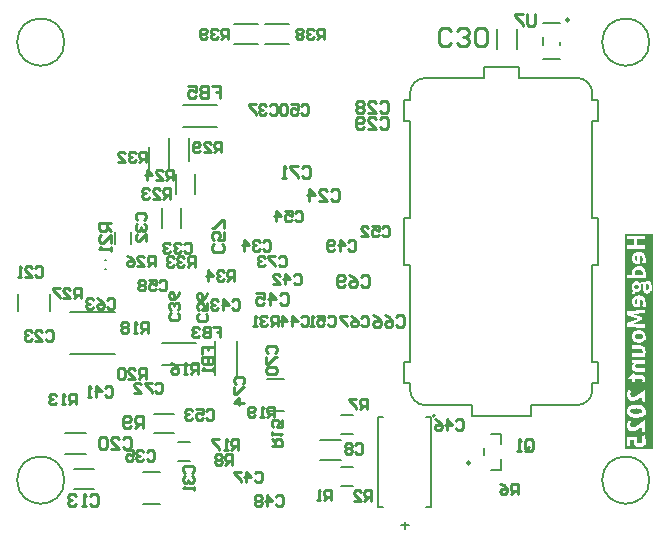
<source format=gbo>
G04*
G04 #@! TF.GenerationSoftware,Altium Limited,Altium Designer,25.6.2 (33)*
G04*
G04 Layer_Color=32896*
%FSLAX25Y25*%
%MOIN*%
G70*
G04*
G04 #@! TF.SameCoordinates,D3077B53-F130-49B9-AE0B-FC42BD5CCE1B*
G04*
G04*
G04 #@! TF.FilePolarity,Positive*
G04*
G01*
G75*
%ADD10C,0.00984*%
%ADD11C,0.00787*%
%ADD12C,0.00500*%
%ADD13C,0.01000*%
G36*
X326100Y122432D02*
X316812D01*
Y194000D01*
X326100D01*
Y122432D01*
D02*
G37*
%LPC*%
G36*
X323556Y193500D02*
X317405D01*
Y193500D01*
X317451D01*
Y193482D01*
X317442Y193445D01*
X317432Y193380D01*
X317423Y193306D01*
Y193213D01*
X317414Y193102D01*
X317405Y192880D01*
Y192769D01*
X317414Y192686D01*
Y192594D01*
X317423Y192492D01*
X317451Y192261D01*
X319828D01*
Y190226D01*
X317451D01*
Y190207D01*
X317442Y190170D01*
X317432Y190114D01*
X317423Y190031D01*
Y189939D01*
X317414Y189837D01*
X317405Y189615D01*
Y189504D01*
X317414Y189421D01*
Y189328D01*
X317423Y189217D01*
X317451Y188986D01*
X323510D01*
Y189005D01*
X323519Y189041D01*
X323528Y189106D01*
Y189180D01*
X323537Y189282D01*
X323547Y189384D01*
X323556Y189606D01*
Y188986D01*
X323556D01*
Y193500D01*
D02*
G37*
G36*
X323602Y188033D02*
X319060D01*
Y188033D01*
X321280D01*
X321188Y188024D01*
X321068Y188015D01*
X320929Y188005D01*
X320781Y187978D01*
X320623Y187950D01*
X320466Y187904D01*
X320457D01*
X320448Y187894D01*
X320392Y187876D01*
X320318Y187848D01*
X320216Y187802D01*
X320096Y187747D01*
X319976Y187672D01*
X319856Y187599D01*
X319736Y187506D01*
X319717Y187497D01*
X319680Y187460D01*
X319624Y187404D01*
X319560Y187321D01*
X319477Y187229D01*
X319393Y187118D01*
X319319Y186988D01*
X319245Y186849D01*
Y186840D01*
X319236Y186831D01*
X319217Y186775D01*
X319190Y186692D01*
X319153Y186581D01*
X319116Y186451D01*
X319088Y186294D01*
X319070Y186118D01*
X319060Y185934D01*
Y185859D01*
X319070Y185767D01*
X319079Y185656D01*
X319097Y185536D01*
X319125Y185397D01*
X319162Y185258D01*
X319217Y185119D01*
X319227Y185101D01*
X319245Y185064D01*
X319282Y184999D01*
X319328Y184916D01*
X319393Y184814D01*
X319467Y184722D01*
X319550Y184620D01*
X319652Y184518D01*
X319661Y184509D01*
X319699Y184481D01*
X319763Y184435D01*
X319837Y184379D01*
X319939Y184315D01*
X320050Y184259D01*
X320180Y184195D01*
X320318Y184148D01*
X320337Y184139D01*
X320383Y184130D01*
X320457Y184111D01*
X320559Y184083D01*
X320688Y184056D01*
X320827Y184037D01*
X320975Y184028D01*
X321141Y184019D01*
X321243D01*
X321336Y184028D01*
X321456Y184037D01*
X321465D01*
X321484D01*
X321512D01*
X321549Y184046D01*
X321632D01*
X321706Y184056D01*
Y186858D01*
X321715D01*
X321724D01*
X321752Y186849D01*
X321789D01*
X321872Y186831D01*
X321983Y186803D01*
X322104Y186757D01*
X322224Y186692D01*
X322335Y186609D01*
X322436Y186507D01*
X322446Y186488D01*
X322474Y186451D01*
X322511Y186378D01*
X322548Y186276D01*
X322585Y186155D01*
X322621Y186007D01*
X322649Y185841D01*
X322658Y185656D01*
Y185545D01*
X322649Y185471D01*
Y185388D01*
X322640Y185286D01*
X322612Y185073D01*
Y185064D01*
X322603Y185027D01*
X322585Y184962D01*
X322575Y184888D01*
X322548Y184805D01*
X322520Y184713D01*
X322455Y184509D01*
X322464D01*
X322483Y184491D01*
X322520Y184472D01*
X322566Y184453D01*
X322631Y184426D01*
X322695Y184407D01*
X322862Y184352D01*
X322871D01*
X322899Y184343D01*
X322945Y184324D01*
X323010Y184315D01*
X323084Y184296D01*
X323167Y184287D01*
X323361Y184268D01*
Y184278D01*
X323371Y184296D01*
X323380Y184333D01*
X323398Y184379D01*
X323417Y184444D01*
X323435Y184518D01*
X323463Y184601D01*
X323482Y184703D01*
X323500Y184805D01*
X323528Y184916D01*
X323565Y185166D01*
X323593Y185452D01*
X323602Y185749D01*
Y184019D01*
X323602D01*
Y188033D01*
D02*
G37*
G36*
Y183316D02*
X317312D01*
Y183316D01*
X321308D01*
X321216Y183307D01*
X321095Y183297D01*
X320956Y183279D01*
X320809Y183251D01*
X320642Y183214D01*
X320485Y183159D01*
X320476D01*
X320466Y183149D01*
X320411Y183131D01*
X320337Y183094D01*
X320235Y183047D01*
X320115Y182983D01*
X319994Y182909D01*
X319874Y182816D01*
X319754Y182714D01*
X319736Y182705D01*
X319699Y182659D01*
X319643Y182604D01*
X319569Y182520D01*
X319495Y182419D01*
X319412Y182298D01*
X319328Y182159D01*
X319254Y182011D01*
Y182002D01*
X319245Y181993D01*
X319227Y181938D01*
X319199Y181854D01*
X319162Y181743D01*
X319125Y181605D01*
X319097Y181447D01*
X319079Y181281D01*
X319070Y181096D01*
Y180994D01*
X319079Y180892D01*
X319088Y180781D01*
Y180754D01*
X319097Y180717D01*
Y180680D01*
X319116Y180578D01*
X319144Y180457D01*
X317358D01*
Y180448D01*
X317349Y180430D01*
Y180402D01*
X317340Y180365D01*
X317331Y180272D01*
X317321Y180161D01*
Y180106D01*
X317312Y180069D01*
Y179690D01*
X317321Y179579D01*
Y179523D01*
X317331Y179477D01*
X317340Y179385D01*
X317358Y179273D01*
X323371D01*
X323380Y179292D01*
X323389Y179338D01*
X323408Y179421D01*
X323435Y179523D01*
X323463Y179643D01*
X323491Y179782D01*
X323519Y179930D01*
X323547Y180078D01*
Y180097D01*
X323556Y180152D01*
X323565Y180236D01*
X323574Y180356D01*
X323584Y180494D01*
X323593Y180670D01*
X323602Y180855D01*
Y179273D01*
X323602D01*
Y183316D01*
D02*
G37*
G36*
X325600Y178422D02*
X319060D01*
Y178422D01*
X324416D01*
X324351Y178413D01*
X324259Y178404D01*
X324157Y178376D01*
X324055Y178349D01*
X323954Y178302D01*
X323852Y178247D01*
X323843Y178237D01*
X323815Y178210D01*
X323768Y178173D01*
X323713Y178117D01*
X323648Y178043D01*
X323574Y177960D01*
X323500Y177867D01*
X323435Y177757D01*
X323426Y177766D01*
X323417Y177784D01*
X323389Y177821D01*
X323361Y177867D01*
X323269Y177969D01*
X323149Y178071D01*
X323140D01*
X323121Y178089D01*
X323075Y178108D01*
X323028Y178127D01*
X322964Y178145D01*
X322890Y178164D01*
X322797Y178173D01*
X322705Y178182D01*
X322686D01*
X322649D01*
X322594Y178173D01*
X322520Y178164D01*
X322353Y178127D01*
X322261Y178099D01*
X322187Y178052D01*
X322178Y178043D01*
X322150Y178025D01*
X322113Y177997D01*
X322057Y177951D01*
X322002Y177895D01*
X321937Y177821D01*
X321872Y177747D01*
X321798Y177655D01*
X321789Y177664D01*
X321761Y177701D01*
X321715Y177757D01*
X321650Y177821D01*
X321576Y177895D01*
X321493Y177969D01*
X321391Y178043D01*
X321280Y178108D01*
X321262Y178117D01*
X321225Y178136D01*
X321160Y178154D01*
X321077Y178182D01*
X320984Y178219D01*
X320864Y178237D01*
X320744Y178256D01*
X320605Y178265D01*
X320586D01*
X320550D01*
X320485Y178256D01*
X320411Y178247D01*
X320318Y178237D01*
X320216Y178210D01*
X320106Y178182D01*
X320004Y178145D01*
X319994Y178136D01*
X319957Y178117D01*
X319902Y178089D01*
X319837Y178052D01*
X319754Y177997D01*
X319680Y177932D01*
X319597Y177858D01*
X319514Y177775D01*
X319504Y177766D01*
X319477Y177729D01*
X319440Y177682D01*
X319393Y177609D01*
X319338Y177525D01*
X319282Y177424D01*
X319227Y177313D01*
X319180Y177192D01*
X319171Y177174D01*
X319162Y177128D01*
X319144Y177063D01*
X319116Y176961D01*
X319097Y176850D01*
X319079Y176711D01*
X319070Y176573D01*
X319060Y176415D01*
Y176341D01*
X319070Y176258D01*
X319079Y176156D01*
X319097Y176036D01*
X319116Y175907D01*
X319153Y175768D01*
X319199Y175638D01*
X319208Y175620D01*
X319217Y175583D01*
X319254Y175518D01*
X319291Y175435D01*
X319338Y175342D01*
X319393Y175241D01*
X319458Y175139D01*
X319532Y175046D01*
X319523Y175037D01*
X319495Y175019D01*
X319458Y174981D01*
X319412Y174935D01*
X319366Y174880D01*
X319310Y174815D01*
X319264Y174741D01*
X319217Y174658D01*
X319208Y174648D01*
X319199Y174611D01*
X319180Y174556D01*
X319162Y174482D01*
X319144Y174390D01*
X319125Y174278D01*
X319107Y174158D01*
Y174010D01*
X319116D01*
X319125D01*
X319171Y174001D01*
X319245Y173992D01*
X319328Y173983D01*
X319347D01*
X319393Y173973D01*
X319717D01*
X319819Y173983D01*
X319828D01*
X319837D01*
X319865D01*
X319902D01*
X319994Y173992D01*
X320096Y174010D01*
Y174695D01*
X320115Y174686D01*
X320152Y174667D01*
X320216Y174639D01*
X320300Y174621D01*
X320309D01*
X320318Y174611D01*
X320346D01*
X320383Y174602D01*
X320476Y174593D01*
X320605Y174584D01*
X320623D01*
X320660D01*
X320725Y174593D01*
X320809Y174602D01*
X320901Y174611D01*
X321003Y174630D01*
X321114Y174667D01*
X321225Y174704D01*
X321234Y174713D01*
X321271Y174723D01*
X321326Y174750D01*
X321391Y174796D01*
X321465Y174843D01*
X321549Y174908D01*
X321622Y174981D01*
X321706Y175065D01*
X321715Y175074D01*
X321733Y175102D01*
X321771Y175157D01*
X321817Y175222D01*
X321863Y175305D01*
X321919Y175407D01*
X321974Y175518D01*
X322020Y175638D01*
X322029Y175657D01*
X322039Y175694D01*
X322057Y175768D01*
X322076Y175860D01*
X322104Y175980D01*
X322122Y176110D01*
X322131Y176258D01*
X322141Y176415D01*
Y176545D01*
X322131Y176628D01*
X322122Y176730D01*
X322113Y176841D01*
X322066Y177063D01*
Y177072D01*
X322085Y177081D01*
X322122Y177137D01*
X322187Y177192D01*
X322233Y177220D01*
X322270Y177239D01*
X322288Y177248D01*
X322335Y177257D01*
X322390Y177266D01*
X322464Y177276D01*
X322474D01*
X322483D01*
X322538Y177266D01*
X322612Y177239D01*
X322677Y177183D01*
Y177174D01*
X322686Y177164D01*
X322705Y177137D01*
X322723Y177100D01*
X322732Y177053D01*
X322751Y176989D01*
X322760Y176915D01*
X322769Y176822D01*
X322788Y175675D01*
Y175601D01*
X322797Y175546D01*
X322807Y175490D01*
Y175416D01*
X322834Y175250D01*
X322881Y175065D01*
X322936Y174871D01*
X323019Y174695D01*
X323075Y174621D01*
X323130Y174547D01*
X323149Y174528D01*
X323186Y174491D01*
X323260Y174426D01*
X323361Y174362D01*
X323500Y174297D01*
X323648Y174232D01*
X323833Y174195D01*
X324046Y174177D01*
X324064D01*
X324101D01*
X324176Y174186D01*
X324259Y174195D01*
X324360Y174223D01*
X324462Y174251D01*
X324573Y174297D01*
X324684Y174362D01*
X324693Y174371D01*
X324730Y174399D01*
X324786Y174436D01*
X324860Y174491D01*
X324934Y174565D01*
X325017Y174658D01*
X325100Y174759D01*
X325184Y174871D01*
X325193Y174889D01*
X325221Y174926D01*
X325258Y175000D01*
X325295Y175083D01*
X325350Y175194D01*
X325396Y175324D01*
X325443Y175472D01*
X325489Y175629D01*
Y175647D01*
X325507Y175703D01*
X325526Y175795D01*
X325545Y175907D01*
X325563Y176055D01*
X325582Y176212D01*
X325591Y176388D01*
X325600Y176573D01*
Y173973D01*
X325600D01*
Y178422D01*
D02*
G37*
G36*
X323602Y173566D02*
X319060D01*
Y173566D01*
X321280D01*
X321188Y173557D01*
X321068Y173548D01*
X320929Y173538D01*
X320781Y173511D01*
X320623Y173483D01*
X320466Y173437D01*
X320457D01*
X320448Y173427D01*
X320392Y173409D01*
X320318Y173381D01*
X320216Y173335D01*
X320096Y173280D01*
X319976Y173205D01*
X319856Y173132D01*
X319736Y173039D01*
X319717Y173030D01*
X319680Y172993D01*
X319624Y172937D01*
X319560Y172854D01*
X319477Y172761D01*
X319393Y172651D01*
X319319Y172521D01*
X319245Y172382D01*
Y172373D01*
X319236Y172364D01*
X319217Y172308D01*
X319190Y172225D01*
X319153Y172114D01*
X319116Y171985D01*
X319088Y171827D01*
X319070Y171651D01*
X319060Y171467D01*
Y171392D01*
X319070Y171300D01*
X319079Y171189D01*
X319097Y171069D01*
X319125Y170930D01*
X319162Y170791D01*
X319217Y170652D01*
X319227Y170634D01*
X319245Y170597D01*
X319282Y170532D01*
X319328Y170449D01*
X319393Y170347D01*
X319467Y170255D01*
X319550Y170153D01*
X319652Y170051D01*
X319661Y170042D01*
X319699Y170014D01*
X319763Y169968D01*
X319837Y169913D01*
X319939Y169848D01*
X320050Y169792D01*
X320180Y169728D01*
X320318Y169681D01*
X320337Y169672D01*
X320383Y169663D01*
X320457Y169644D01*
X320559Y169616D01*
X320688Y169589D01*
X320827Y169570D01*
X320975Y169561D01*
X321141Y169552D01*
X321243D01*
X321336Y169561D01*
X321456Y169570D01*
X321465D01*
X321484D01*
X321512D01*
X321549Y169580D01*
X321632D01*
X321706Y169589D01*
Y172391D01*
X321715D01*
X321724D01*
X321752Y172382D01*
X321789D01*
X321872Y172364D01*
X321983Y172336D01*
X322104Y172290D01*
X322224Y172225D01*
X322335Y172142D01*
X322436Y172040D01*
X322446Y172021D01*
X322474Y171985D01*
X322511Y171911D01*
X322548Y171809D01*
X322585Y171688D01*
X322621Y171540D01*
X322649Y171374D01*
X322658Y171189D01*
Y171078D01*
X322649Y171004D01*
Y170921D01*
X322640Y170819D01*
X322612Y170606D01*
Y170597D01*
X322603Y170560D01*
X322585Y170495D01*
X322575Y170421D01*
X322548Y170338D01*
X322520Y170246D01*
X322455Y170042D01*
X322464D01*
X322483Y170024D01*
X322520Y170005D01*
X322566Y169986D01*
X322631Y169959D01*
X322695Y169940D01*
X322862Y169885D01*
X322871D01*
X322899Y169876D01*
X322945Y169857D01*
X323010Y169848D01*
X323084Y169829D01*
X323167Y169820D01*
X323361Y169801D01*
Y169811D01*
X323371Y169829D01*
X323380Y169866D01*
X323398Y169913D01*
X323417Y169977D01*
X323435Y170051D01*
X323463Y170134D01*
X323482Y170236D01*
X323500Y170338D01*
X323528Y170449D01*
X323565Y170699D01*
X323593Y170985D01*
X323602Y171282D01*
Y169552D01*
X323602D01*
Y173566D01*
D02*
G37*
G36*
X323556Y168673D02*
X317405D01*
Y168673D01*
X323510D01*
X317451Y168442D01*
Y168423D01*
X317442Y168386D01*
X317432Y168312D01*
X317423Y168229D01*
Y168127D01*
X317414Y168016D01*
X317405Y167785D01*
Y167665D01*
X317414Y167581D01*
Y167480D01*
X317423Y167378D01*
X317451Y167138D01*
X320929Y165750D01*
X317451Y164316D01*
Y164307D01*
X317442Y164270D01*
X317432Y164215D01*
X317423Y164150D01*
Y164057D01*
X317414Y163965D01*
X317405Y163854D01*
Y163622D01*
X317414Y163539D01*
Y163447D01*
X317423Y163345D01*
X317451Y163123D01*
X323509Y162836D01*
X323510D01*
Y162846D01*
X323519Y162892D01*
X323528Y162947D01*
Y163031D01*
X323537Y163123D01*
X323547Y163225D01*
X323556Y163437D01*
Y162836D01*
X323556D01*
Y168673D01*
D02*
G37*
G36*
X323602Y161967D02*
X319060D01*
Y161967D01*
X321262D01*
X321169Y161958D01*
X321049Y161948D01*
X320910Y161939D01*
X320762Y161911D01*
X320605Y161883D01*
X320448Y161837D01*
X320439D01*
X320429Y161828D01*
X320374Y161810D01*
X320300Y161782D01*
X320198Y161735D01*
X320078Y161689D01*
X319957Y161615D01*
X319837Y161541D01*
X319717Y161449D01*
X319708Y161440D01*
X319671Y161402D01*
X319615Y161347D01*
X319541Y161273D01*
X319467Y161180D01*
X319384Y161070D01*
X319310Y160940D01*
X319236Y160801D01*
X319227Y160783D01*
X319208Y160727D01*
X319180Y160653D01*
X319144Y160542D01*
X319116Y160404D01*
X319088Y160246D01*
X319070Y160071D01*
X319060Y159876D01*
Y159784D01*
X319070Y159691D01*
X319079Y159562D01*
X319107Y159423D01*
X319134Y159266D01*
X319180Y159108D01*
X319236Y158951D01*
Y158942D01*
X319245Y158933D01*
X319264Y158887D01*
X319310Y158812D01*
X319366Y158720D01*
X319430Y158618D01*
X319514Y158507D01*
X319606Y158396D01*
X319717Y158294D01*
X319726Y158285D01*
X319773Y158248D01*
X319837Y158202D01*
X319920Y158147D01*
X320031Y158082D01*
X320152Y158017D01*
X320290Y157961D01*
X320448Y157906D01*
X320466Y157897D01*
X320522Y157887D01*
X320605Y157869D01*
X320716Y157841D01*
X320846Y157814D01*
X321003Y157795D01*
X321169Y157786D01*
X321345Y157776D01*
X321428D01*
X321521Y157786D01*
X321641Y157795D01*
X321780Y157804D01*
X321928Y157832D01*
X322085Y157860D01*
X322242Y157906D01*
X322261Y157915D01*
X322316Y157934D01*
X322390Y157961D01*
X322492Y157999D01*
X322603Y158054D01*
X322723Y158128D01*
X322844Y158202D01*
X322964Y158294D01*
X322973Y158304D01*
X323010Y158341D01*
X323065Y158396D01*
X323140Y158470D01*
X323214Y158572D01*
X323288Y158683D01*
X323371Y158812D01*
X323435Y158951D01*
X323445Y158970D01*
X323463Y159025D01*
X323491Y159108D01*
X323519Y159220D01*
X323547Y159349D01*
X323574Y159506D01*
X323593Y159682D01*
X323602Y159876D01*
Y157776D01*
X323602D01*
Y161967D01*
D02*
G37*
G36*
Y156916D02*
X319107D01*
Y156916D01*
X319162D01*
Y156898D01*
X319153Y156861D01*
X319144Y156805D01*
X319134Y156722D01*
X319125Y156639D01*
X319116Y156537D01*
X319107Y156315D01*
Y156204D01*
X319116Y156130D01*
Y156037D01*
X319125Y155936D01*
X319162Y155723D01*
X321465D01*
X321484D01*
X321521D01*
X321585D01*
X321669Y155714D01*
X321752D01*
X321854Y155695D01*
X321946Y155686D01*
X322039Y155667D01*
X322048D01*
X322076Y155658D01*
X322113Y155640D01*
X322168Y155621D01*
X322279Y155575D01*
X322390Y155501D01*
X322399Y155492D01*
X322409Y155482D01*
X322436Y155455D01*
X322464Y155418D01*
X322520Y155325D01*
X322575Y155214D01*
Y155205D01*
X322585Y155186D01*
X322594Y155149D01*
X322603Y155103D01*
X322612Y155048D01*
X322621Y154974D01*
X322631Y154816D01*
Y154706D01*
X322621Y154631D01*
X322612Y154548D01*
X322603Y154465D01*
X322585Y154382D01*
X322566Y154298D01*
X319162D01*
Y154280D01*
X319153Y154243D01*
X319144Y154188D01*
X319134Y154113D01*
X319125Y154021D01*
X319116Y153919D01*
X319107Y153707D01*
Y153595D01*
X319116Y153522D01*
Y153429D01*
X319125Y153327D01*
X319162Y153105D01*
X323343D01*
Y153114D01*
X323361Y153152D01*
X323380Y153216D01*
X323398Y153290D01*
X323426Y153401D01*
X323454Y153522D01*
X323491Y153660D01*
X323519Y153817D01*
Y153836D01*
X323528Y153892D01*
X323547Y153984D01*
X323556Y154095D01*
X323574Y154234D01*
X323593Y154391D01*
X323602Y154567D01*
Y153105D01*
X323602D01*
Y156916D01*
D02*
G37*
G36*
X323556Y152023D02*
X319060D01*
Y152023D01*
X319162D01*
Y152014D01*
X319153Y152005D01*
X319144Y151949D01*
X319134Y151875D01*
X319125Y151783D01*
Y151764D01*
X319116Y151708D01*
X319107Y151625D01*
Y151440D01*
X319116Y151357D01*
X319125Y151274D01*
Y151255D01*
X319134Y151200D01*
X319144Y151126D01*
X319162Y151042D01*
X319171Y151033D01*
X319190Y151024D01*
X319227Y151015D01*
X319282Y150996D01*
X319291D01*
X319328Y150987D01*
X319384Y150969D01*
X319449Y150959D01*
X319467D01*
X319504Y150950D01*
X319560Y150941D01*
X319624Y150932D01*
X319634D01*
X319671Y150922D01*
X319717Y150913D01*
X319763Y150904D01*
X319754D01*
X319745Y150885D01*
X319680Y150848D01*
X319606Y150784D01*
X319514Y150709D01*
X319504Y150700D01*
X319495Y150691D01*
X319467Y150663D01*
X319440Y150626D01*
X319366Y150543D01*
X319282Y150432D01*
X319273Y150423D01*
X319264Y150404D01*
X319245Y150367D01*
X319227Y150330D01*
X319171Y150219D01*
X319125Y150081D01*
Y150071D01*
X319116Y150043D01*
X319107Y150006D01*
X319088Y149951D01*
X319079Y149896D01*
X319070Y149821D01*
X319060Y149655D01*
Y149581D01*
X319070Y149535D01*
Y149470D01*
X319079Y149396D01*
X319107Y149239D01*
X319162Y149054D01*
X319236Y148869D01*
X319328Y148693D01*
X319393Y148610D01*
X319467Y148536D01*
X319486Y148517D01*
X319514Y148499D01*
X319541Y148480D01*
X319587Y148443D01*
X319643Y148416D01*
X319699Y148379D01*
X319773Y148342D01*
X319856Y148314D01*
X319948Y148277D01*
X320059Y148240D01*
X320170Y148212D01*
X320290Y148194D01*
X320429Y148175D01*
X320577Y148156D01*
X323510D01*
Y148166D01*
X323519Y148212D01*
X323528Y148267D01*
Y148342D01*
X323537Y148434D01*
X323547Y148536D01*
X323556Y148758D01*
Y148156D01*
X323556D01*
Y152023D01*
D02*
G37*
G36*
Y147546D02*
X317885D01*
Y147546D01*
X319902D01*
X317885Y145964D01*
Y145770D01*
X319162D01*
Y144753D01*
X319171D01*
X319180Y144743D01*
X319236Y144734D01*
X319310Y144725D01*
X319384D01*
X319403D01*
X319449Y144715D01*
X319514D01*
X319597D01*
X319606D01*
X319615D01*
X319671D01*
X319745D01*
X319828Y144725D01*
X319847D01*
X319893D01*
X319976Y144734D01*
X320069Y144753D01*
Y145770D01*
X321780D01*
X321789D01*
X321826D01*
X321872D01*
X321928Y145761D01*
X322066Y145752D01*
X322205Y145733D01*
X322215D01*
X322233Y145724D01*
X322261Y145714D01*
X322298Y145696D01*
X322381Y145659D01*
X322455Y145613D01*
X322474Y145594D01*
X322501Y145557D01*
X322548Y145492D01*
X322585Y145419D01*
Y145400D01*
X322594Y145372D01*
Y145335D01*
X322603Y145243D01*
X322612Y145132D01*
Y145058D01*
X322603Y144984D01*
X322594Y144891D01*
Y144882D01*
X322585Y144873D01*
X322575Y144817D01*
X322566Y144743D01*
X322557Y144669D01*
X322566D01*
X322585Y144660D01*
X322612Y144651D01*
X322658Y144641D01*
X322760Y144614D01*
X322890Y144586D01*
X322899D01*
X322918Y144577D01*
X322945D01*
X322991Y144568D01*
X323084Y144558D01*
X323297D01*
X323352Y144568D01*
X323361D01*
X323389D01*
X323426D01*
X323472Y144577D01*
Y144595D01*
X323482Y144641D01*
X323500Y144725D01*
X323510Y144826D01*
X323528Y144947D01*
X323547Y145076D01*
X323556Y145224D01*
Y144558D01*
X323556D01*
Y147546D01*
D02*
G37*
G36*
X323510Y142107D02*
X317451D01*
Y142107D01*
X323389D01*
X321512Y140784D01*
X321493Y140775D01*
X321456Y140738D01*
X321382Y140692D01*
X321299Y140636D01*
X321197Y140562D01*
X321086Y140488D01*
X320864Y140331D01*
X320855Y140322D01*
X320818Y140294D01*
X320753Y140257D01*
X320679Y140201D01*
X320596Y140146D01*
X320503Y140091D01*
X320300Y139970D01*
X320290Y139961D01*
X320253Y139943D01*
X320198Y139915D01*
X320133Y139878D01*
X320059Y139841D01*
X319976Y139804D01*
X319800Y139730D01*
X319791D01*
X319763Y139711D01*
X319708Y139702D01*
X319652Y139683D01*
X319578Y139665D01*
X319504Y139656D01*
X319338Y139637D01*
X319319D01*
X319273D01*
X319208Y139646D01*
X319116Y139674D01*
X319023Y139702D01*
X318921Y139748D01*
X318829Y139813D01*
X318746Y139906D01*
X318737Y139915D01*
X318709Y139952D01*
X318681Y140016D01*
X318635Y140100D01*
X318598Y140201D01*
X318570Y140331D01*
X318542Y140479D01*
X318533Y140655D01*
Y140775D01*
X318542Y140858D01*
X318551Y140951D01*
X318570Y141052D01*
X318616Y141256D01*
Y141265D01*
X318625Y141302D01*
X318644Y141349D01*
X318672Y141413D01*
X318700Y141478D01*
X318727Y141561D01*
X318811Y141718D01*
X318801D01*
X318764Y141737D01*
X318718Y141755D01*
X318663Y141783D01*
X318588Y141811D01*
X318505Y141839D01*
X318320Y141903D01*
X318311D01*
X318274Y141913D01*
X318228Y141931D01*
X318163Y141950D01*
X318080Y141968D01*
X317997Y141978D01*
X317811Y142005D01*
Y141996D01*
X317793Y141968D01*
X317784Y141931D01*
X317765Y141885D01*
X317710Y141765D01*
X317664Y141635D01*
Y141626D01*
X317654Y141607D01*
X317636Y141570D01*
X317627Y141515D01*
X317589Y141404D01*
X317552Y141265D01*
Y141256D01*
X317543Y141237D01*
X317534Y141200D01*
X317525Y141145D01*
X317497Y141025D01*
X317478Y140886D01*
Y140877D01*
X317469Y140849D01*
Y140812D01*
X317460Y140756D01*
Y140682D01*
X317451Y140609D01*
Y140359D01*
X317460Y140276D01*
X317469Y140174D01*
X317478Y140053D01*
X317497Y139915D01*
X317534Y139776D01*
X317571Y139637D01*
X317580Y139619D01*
X317589Y139573D01*
X317617Y139498D01*
X317654Y139415D01*
X317710Y139313D01*
X317765Y139202D01*
X317830Y139092D01*
X317913Y138980D01*
X317922Y138971D01*
X317950Y138934D01*
X317997Y138879D01*
X318061Y138814D01*
X318144Y138749D01*
X318237Y138675D01*
X318348Y138601D01*
X318468Y138537D01*
X318487Y138527D01*
X318524Y138509D01*
X318588Y138481D01*
X318681Y138453D01*
X318792Y138426D01*
X318921Y138398D01*
X319060Y138379D01*
X319217Y138370D01*
X319236D01*
X319273D01*
X319338D01*
X319412Y138379D01*
X319504Y138389D01*
X319615Y138398D01*
X319828Y138444D01*
X319837D01*
X319874Y138453D01*
X319930Y138472D01*
X320004Y138490D01*
X320096Y138527D01*
X320189Y138564D01*
X320402Y138657D01*
X320411Y138666D01*
X320448Y138684D01*
X320513Y138712D01*
X320586Y138749D01*
X320670Y138805D01*
X320772Y138860D01*
X321003Y138999D01*
X321012Y139008D01*
X321058Y139036D01*
X321114Y139073D01*
X321197Y139128D01*
X321299Y139193D01*
X321410Y139277D01*
X321530Y139360D01*
X321659Y139462D01*
X322474Y140044D01*
Y138231D01*
X322483D01*
X322520Y138222D01*
X322566Y138213D01*
X322631Y138204D01*
X322705Y138194D01*
X322797Y138185D01*
X322982Y138176D01*
X323084D01*
X323149Y138185D01*
X323232D01*
X323324Y138194D01*
X323510Y138231D01*
Y138176D01*
X323510D01*
Y142107D01*
D02*
G37*
G36*
X323602Y137195D02*
X317451D01*
Y137195D01*
X320355D01*
X320290Y137186D01*
X320124Y137177D01*
X319930Y137168D01*
X319726Y137140D01*
X319504Y137112D01*
X319291Y137075D01*
X319282D01*
X319264Y137066D01*
X319236D01*
X319199Y137047D01*
X319088Y137020D01*
X318958Y136983D01*
X318811Y136927D01*
X318644Y136862D01*
X318478Y136788D01*
X318320Y136696D01*
X318311D01*
X318302Y136687D01*
X318255Y136650D01*
X318181Y136585D01*
X318089Y136511D01*
X317987Y136409D01*
X317876Y136298D01*
X317775Y136159D01*
X317682Y136011D01*
Y136002D01*
X317673Y135993D01*
X317645Y135937D01*
X317608Y135845D01*
X317562Y135724D01*
X317525Y135576D01*
X317488Y135410D01*
X317460Y135206D01*
X317451Y134994D01*
Y134892D01*
X317460Y134846D01*
Y134781D01*
X317478Y134642D01*
X317506Y134485D01*
X317552Y134318D01*
X317608Y134152D01*
X317682Y133985D01*
Y133976D01*
X317691Y133967D01*
X317728Y133912D01*
X317775Y133837D01*
X317848Y133736D01*
X317941Y133634D01*
X318052Y133514D01*
X318172Y133403D01*
X318320Y133301D01*
X318339Y133292D01*
X318394Y133255D01*
X318478Y133209D01*
X318598Y133153D01*
X318737Y133098D01*
X318903Y133033D01*
X319088Y132968D01*
X319291Y132922D01*
X319301D01*
X319319Y132913D01*
X319347D01*
X319393Y132903D01*
X319440Y132894D01*
X319504Y132885D01*
X319661Y132857D01*
X319837Y132829D01*
X320050Y132811D01*
X320281Y132801D01*
X320531Y132792D01*
X320707D01*
X320772Y132801D01*
X320938Y132811D01*
X321132Y132820D01*
X321345Y132848D01*
X321558Y132876D01*
X321780Y132922D01*
X321789D01*
X321808Y132931D01*
X321835D01*
X321872Y132940D01*
X321983Y132977D01*
X322113Y133014D01*
X322261Y133070D01*
X322427Y133134D01*
X322594Y133209D01*
X322751Y133301D01*
X322769Y133310D01*
X322816Y133347D01*
X322890Y133403D01*
X322982Y133486D01*
X323084Y133579D01*
X323186Y133699D01*
X323288Y133837D01*
X323380Y133985D01*
X323389Y134004D01*
X323417Y134060D01*
X323454Y134152D01*
X323491Y134263D01*
X323528Y134411D01*
X323565Y134587D01*
X323593Y134781D01*
X323602Y134994D01*
Y132792D01*
X323602D01*
Y137195D01*
D02*
G37*
G36*
X323510Y131988D02*
X317451D01*
Y131988D01*
X323389D01*
X321512Y130665D01*
X321493Y130656D01*
X321456Y130619D01*
X321382Y130572D01*
X321299Y130517D01*
X321197Y130443D01*
X321086Y130369D01*
X320864Y130211D01*
X320855Y130202D01*
X320818Y130175D01*
X320753Y130138D01*
X320679Y130082D01*
X320596Y130026D01*
X320503Y129971D01*
X320300Y129851D01*
X320290Y129841D01*
X320253Y129823D01*
X320198Y129795D01*
X320133Y129758D01*
X320059Y129721D01*
X319976Y129684D01*
X319800Y129610D01*
X319791D01*
X319763Y129592D01*
X319708Y129583D01*
X319652Y129564D01*
X319578Y129545D01*
X319504Y129536D01*
X319338Y129518D01*
X319319D01*
X319273D01*
X319208Y129527D01*
X319116Y129555D01*
X319023Y129583D01*
X318921Y129629D01*
X318829Y129693D01*
X318746Y129786D01*
X318737Y129795D01*
X318709Y129832D01*
X318681Y129897D01*
X318635Y129980D01*
X318598Y130082D01*
X318570Y130211D01*
X318542Y130359D01*
X318533Y130535D01*
Y130656D01*
X318542Y130739D01*
X318551Y130831D01*
X318570Y130933D01*
X318616Y131137D01*
Y131146D01*
X318625Y131183D01*
X318644Y131229D01*
X318672Y131294D01*
X318700Y131359D01*
X318727Y131442D01*
X318811Y131599D01*
X318801D01*
X318764Y131617D01*
X318718Y131636D01*
X318663Y131664D01*
X318588Y131692D01*
X318505Y131719D01*
X318320Y131784D01*
X318311D01*
X318274Y131793D01*
X318228Y131812D01*
X318163Y131830D01*
X318080Y131849D01*
X317997Y131858D01*
X317811Y131886D01*
Y131877D01*
X317793Y131849D01*
X317784Y131812D01*
X317765Y131765D01*
X317710Y131645D01*
X317664Y131516D01*
Y131507D01*
X317654Y131488D01*
X317636Y131451D01*
X317627Y131395D01*
X317589Y131284D01*
X317552Y131146D01*
Y131137D01*
X317543Y131118D01*
X317534Y131081D01*
X317525Y131026D01*
X317497Y130905D01*
X317478Y130766D01*
Y130757D01*
X317469Y130729D01*
Y130693D01*
X317460Y130637D01*
Y130563D01*
X317451Y130489D01*
Y130239D01*
X317460Y130156D01*
X317469Y130054D01*
X317478Y129934D01*
X317497Y129795D01*
X317534Y129657D01*
X317571Y129518D01*
X317580Y129499D01*
X317589Y129453D01*
X317617Y129379D01*
X317654Y129296D01*
X317710Y129194D01*
X317765Y129083D01*
X317830Y128972D01*
X317913Y128861D01*
X317922Y128852D01*
X317950Y128815D01*
X317997Y128759D01*
X318061Y128694D01*
X318144Y128630D01*
X318237Y128556D01*
X318348Y128482D01*
X318468Y128417D01*
X318487Y128408D01*
X318524Y128389D01*
X318588Y128361D01*
X318681Y128334D01*
X318792Y128306D01*
X318921Y128278D01*
X319060Y128260D01*
X319217Y128251D01*
X319236D01*
X319273D01*
X319338D01*
X319412Y128260D01*
X319504Y128269D01*
X319615Y128278D01*
X319828Y128324D01*
X319837D01*
X319874Y128334D01*
X319930Y128352D01*
X320004Y128371D01*
X320096Y128408D01*
X320189Y128445D01*
X320402Y128537D01*
X320411Y128547D01*
X320448Y128565D01*
X320513Y128593D01*
X320586Y128630D01*
X320670Y128685D01*
X320772Y128741D01*
X321003Y128879D01*
X321012Y128889D01*
X321058Y128917D01*
X321114Y128954D01*
X321197Y129009D01*
X321299Y129074D01*
X321410Y129157D01*
X321530Y129240D01*
X321659Y129342D01*
X322474Y129925D01*
Y128112D01*
X322483D01*
X322520Y128103D01*
X322566Y128093D01*
X322631Y128084D01*
X322705Y128075D01*
X322797Y128066D01*
X322982Y128056D01*
X323084D01*
X323149Y128066D01*
X323232D01*
X323324Y128075D01*
X323510Y128112D01*
Y128056D01*
X323510D01*
Y131988D01*
D02*
G37*
G36*
X323602Y126928D02*
X317552D01*
Y126928D01*
X323306D01*
X323260Y126918D01*
X323195Y126909D01*
X323112Y126891D01*
X323028Y126872D01*
X322844Y126826D01*
X322834D01*
X322797Y126807D01*
X322751Y126798D01*
X322686Y126770D01*
X322603Y126743D01*
X322520Y126715D01*
X322344Y126641D01*
Y126632D01*
X322362Y126595D01*
X322381Y126530D01*
X322399Y126456D01*
X322427Y126373D01*
X322455Y126280D01*
X322511Y126086D01*
Y126077D01*
X322520Y126040D01*
X322529Y125984D01*
X322538Y125910D01*
X322548Y125827D01*
X322557Y125734D01*
X322566Y125522D01*
Y125457D01*
X322557Y125392D01*
Y125300D01*
X322548Y125198D01*
X322529Y125096D01*
X322511Y124995D01*
X322483Y124893D01*
Y124883D01*
X322464Y124846D01*
X322446Y124810D01*
X322418Y124745D01*
X322344Y124615D01*
X322252Y124486D01*
X322242Y124477D01*
X322224Y124458D01*
X322196Y124430D01*
X322159Y124393D01*
X322057Y124319D01*
X322002Y124282D01*
X321937Y124255D01*
X321928D01*
X321909Y124245D01*
X321872Y124227D01*
X321817Y124217D01*
X321696Y124190D01*
X321558Y124180D01*
X321549D01*
X321539D01*
X321484D01*
X321410Y124199D01*
X321317Y124217D01*
X321206Y124255D01*
X321105Y124301D01*
X320993Y124375D01*
X320901Y124467D01*
X320892Y124477D01*
X320864Y124523D01*
X320827Y124588D01*
X320781Y124680D01*
X320735Y124810D01*
X320697Y124967D01*
X320670Y125152D01*
X320660Y125364D01*
Y125457D01*
X320670Y125513D01*
Y125586D01*
X320679Y125670D01*
X320707Y125846D01*
Y125855D01*
X320716Y125882D01*
X320725Y125929D01*
X320744Y125994D01*
X320762Y126058D01*
X320790Y126142D01*
X320864Y126308D01*
X320772Y126437D01*
X317552Y126308D01*
Y123293D01*
X317562D01*
X317599Y123283D01*
X317645Y123274D01*
X317710Y123265D01*
X317784Y123256D01*
X317867Y123246D01*
X318052Y123237D01*
X318061D01*
X318098D01*
X318154D01*
X318218Y123246D01*
X318302D01*
X318385Y123256D01*
X318579Y123293D01*
Y125226D01*
X319782Y125281D01*
Y125272D01*
X319773Y125253D01*
Y125226D01*
X319763Y125189D01*
X319745Y125106D01*
X319736Y125013D01*
Y124995D01*
X319726Y124939D01*
Y124698D01*
X319736Y124615D01*
Y124513D01*
X319754Y124402D01*
X319773Y124282D01*
X319800Y124153D01*
X319837Y124023D01*
X319847Y124005D01*
X319856Y123968D01*
X319883Y123903D01*
X319920Y123820D01*
X319967Y123727D01*
X320022Y123635D01*
X320096Y123533D01*
X320170Y123441D01*
X320180Y123431D01*
X320207Y123404D01*
X320253Y123357D01*
X320318Y123302D01*
X320402Y123246D01*
X320494Y123181D01*
X320605Y123126D01*
X320725Y123071D01*
X320744Y123061D01*
X320781Y123052D01*
X320855Y123024D01*
X320938Y122996D01*
X321049Y122978D01*
X321179Y122950D01*
X321326Y122941D01*
X321484Y122932D01*
X321567D01*
X321669Y122941D01*
X321789Y122950D01*
X321937Y122978D01*
X322085Y123006D01*
X322242Y123052D01*
X322399Y123117D01*
X322418Y123126D01*
X322464Y123144D01*
X322538Y123191D01*
X322631Y123246D01*
X322732Y123320D01*
X322844Y123404D01*
X322964Y123505D01*
X323065Y123626D01*
X323075Y123644D01*
X323112Y123681D01*
X323158Y123755D01*
X323214Y123847D01*
X323278Y123968D01*
X323352Y124107D01*
X323417Y124264D01*
X323472Y124440D01*
Y124449D01*
X323482Y124458D01*
Y124486D01*
X323491Y124523D01*
X323510Y124615D01*
X323537Y124745D01*
X323565Y124902D01*
X323584Y125087D01*
X323593Y125291D01*
X323602Y125503D01*
Y122932D01*
X323602D01*
Y126928D01*
D02*
G37*
%LPD*%
G36*
X323556Y192991D02*
X323547Y193065D01*
Y193167D01*
X323537Y193269D01*
X323510Y193500D01*
X323556D01*
Y192991D01*
D02*
G37*
G36*
Y189717D02*
X323547Y189800D01*
Y189892D01*
X323537Y190004D01*
X323510Y190226D01*
X320892D01*
Y192261D01*
X323510D01*
Y192270D01*
X323519Y192316D01*
X323528Y192371D01*
Y192455D01*
X323537Y192547D01*
X323547Y192649D01*
X323556Y192871D01*
Y189717D01*
D02*
G37*
G36*
X323602Y185850D02*
X323593Y185906D01*
Y185961D01*
X323584Y186109D01*
X323565Y186276D01*
X323537Y186442D01*
X323500Y186627D01*
X323445Y186794D01*
Y186803D01*
X323435Y186812D01*
X323417Y186868D01*
X323380Y186942D01*
X323324Y187043D01*
X323260Y187154D01*
X323177Y187275D01*
X323084Y187395D01*
X322982Y187506D01*
X322964Y187515D01*
X322927Y187552D01*
X322862Y187599D01*
X322779Y187654D01*
X322677Y187719D01*
X322557Y187784D01*
X322418Y187848D01*
X322270Y187904D01*
X322261D01*
X322252Y187913D01*
X322196Y187922D01*
X322113Y187941D01*
X322002Y187969D01*
X321863Y187996D01*
X321715Y188015D01*
X321539Y188024D01*
X321363Y188033D01*
X323602D01*
Y185850D01*
D02*
G37*
G36*
X320864Y185147D02*
X320855D01*
X320846D01*
X320799Y185157D01*
X320725Y185166D01*
X320633Y185184D01*
X320531Y185212D01*
X320420Y185249D01*
X320318Y185304D01*
X320216Y185369D01*
X320207Y185379D01*
X320180Y185406D01*
X320133Y185452D01*
X320087Y185517D01*
X320050Y185600D01*
X320004Y185693D01*
X319976Y185813D01*
X319967Y185943D01*
Y186017D01*
X319976Y186091D01*
X319994Y186183D01*
X320022Y186285D01*
X320069Y186396D01*
X320124Y186498D01*
X320207Y186590D01*
X320216Y186600D01*
X320253Y186627D01*
X320300Y186664D01*
X320374Y186701D01*
X320466Y186748D01*
X320577Y186785D01*
X320716Y186821D01*
X320864Y186849D01*
Y185147D01*
D02*
G37*
G36*
X323602Y181142D02*
X323593Y181235D01*
X323584Y181345D01*
X323574Y181475D01*
X323556Y181614D01*
X323528Y181771D01*
X323491Y181928D01*
X323482Y181947D01*
X323463Y181993D01*
X323435Y182076D01*
X323398Y182169D01*
X323343Y182280D01*
X323278Y182400D01*
X323204Y182529D01*
X323112Y182650D01*
X323102Y182659D01*
X323065Y182696D01*
X323001Y182752D01*
X322927Y182826D01*
X322825Y182899D01*
X322714Y182983D01*
X322575Y183066D01*
X322427Y183140D01*
X322418D01*
X322409Y183149D01*
X322381Y183159D01*
X322353Y183168D01*
X322261Y183195D01*
X322141Y183223D01*
X321983Y183260D01*
X321808Y183288D01*
X321613Y183307D01*
X321391Y183316D01*
X323602D01*
Y181142D01*
D02*
G37*
G36*
X321512Y182076D02*
X321595D01*
X321687Y182067D01*
X321780Y182048D01*
X321882Y182030D01*
X321974Y182002D01*
X321983D01*
X322011Y181984D01*
X322057Y181965D01*
X322113Y181938D01*
X322242Y181873D01*
X322362Y181771D01*
X322372Y181762D01*
X322381Y181743D01*
X322409Y181716D01*
X322436Y181669D01*
X322474Y181623D01*
X322511Y181558D01*
X322566Y181420D01*
Y181410D01*
X322575Y181383D01*
X322585Y181345D01*
X322594Y181290D01*
X322612Y181225D01*
X322621Y181151D01*
X322631Y180985D01*
Y180809D01*
X322621Y180726D01*
Y180707D01*
X322603Y180642D01*
X322594Y180559D01*
X322566Y180457D01*
X320059D01*
Y180467D01*
X320050Y180485D01*
X320041Y180522D01*
X320031Y180559D01*
X320013Y180652D01*
X320004Y180735D01*
Y180754D01*
X319994Y180809D01*
Y181050D01*
X320004Y181105D01*
Y181170D01*
X320022Y181244D01*
X320041Y181327D01*
X320069Y181401D01*
X320106Y181484D01*
X320115Y181493D01*
X320124Y181521D01*
X320152Y181558D01*
X320189Y181605D01*
X320281Y181716D01*
X320411Y181826D01*
X320420Y181836D01*
X320448Y181845D01*
X320485Y181873D01*
X320531Y181901D01*
X320596Y181928D01*
X320679Y181965D01*
X320762Y181993D01*
X320855Y182021D01*
X320864D01*
X320901Y182030D01*
X320947Y182039D01*
X321021Y182048D01*
X321095Y182067D01*
X321188Y182076D01*
X321391Y182086D01*
X321410D01*
X321447D01*
X321512Y182076D01*
D02*
G37*
G36*
X325600Y176656D02*
X325591Y176748D01*
Y176868D01*
X325582Y177007D01*
X325563Y177146D01*
X325545Y177294D01*
X325517Y177433D01*
Y177451D01*
X325498Y177488D01*
X325489Y177553D01*
X325461Y177636D01*
X325433Y177729D01*
X325387Y177821D01*
X325350Y177914D01*
X325295Y178006D01*
X325286Y178015D01*
X325267Y178043D01*
X325239Y178080D01*
X325202Y178127D01*
X325147Y178182D01*
X325091Y178237D01*
X325017Y178284D01*
X324943Y178330D01*
X324934D01*
X324906Y178349D01*
X324869Y178358D01*
X324804Y178376D01*
X324740Y178395D01*
X324666Y178404D01*
X324481Y178422D01*
X325600D01*
Y176656D01*
D02*
G37*
G36*
X320725Y177081D02*
X320809Y177072D01*
X320892Y177053D01*
X320984Y177026D01*
X321077Y176989D01*
X321160Y176933D01*
X321169Y176924D01*
X321188Y176906D01*
X321225Y176859D01*
X321262Y176804D01*
X321299Y176730D01*
X321336Y176637D01*
X321354Y176535D01*
X321363Y176406D01*
Y176350D01*
X321354Y176286D01*
X321336Y176212D01*
X321317Y176128D01*
X321280Y176045D01*
X321225Y175962D01*
X321160Y175897D01*
X321151Y175888D01*
X321123Y175870D01*
X321077Y175851D01*
X321012Y175814D01*
X320938Y175786D01*
X320836Y175768D01*
X320725Y175749D01*
X320605Y175740D01*
X320586D01*
X320550D01*
X320485Y175749D01*
X320402Y175759D01*
X320318Y175777D01*
X320226Y175805D01*
X320133Y175842D01*
X320050Y175897D01*
X320041Y175907D01*
X320013Y175925D01*
X319985Y175962D01*
X319939Y176017D01*
X319902Y176092D01*
X319874Y176175D01*
X319847Y176286D01*
X319837Y176406D01*
Y176462D01*
X319847Y176526D01*
X319865Y176610D01*
X319893Y176693D01*
X319930Y176776D01*
X319976Y176859D01*
X320050Y176933D01*
X320059Y176943D01*
X320087Y176961D01*
X320133Y176979D01*
X320198Y177007D01*
X320272Y177044D01*
X320374Y177063D01*
X320476Y177081D01*
X320605Y177091D01*
X320623D01*
X320660D01*
X320725Y177081D01*
D02*
G37*
G36*
X324305Y177368D02*
X324370Y177349D01*
X324444Y177322D01*
X324518Y177276D01*
X324583Y177220D01*
X324629Y177146D01*
Y177137D01*
X324647Y177100D01*
X324666Y177044D01*
X324684Y176970D01*
X324703Y176878D01*
X324721Y176767D01*
X324730Y176646D01*
X324740Y176498D01*
Y176406D01*
X324730Y176313D01*
X324721Y176193D01*
X324703Y176055D01*
X324666Y175907D01*
X324629Y175768D01*
X324573Y175638D01*
X324564Y175620D01*
X324546Y175583D01*
X324509Y175537D01*
X324453Y175472D01*
X324388Y175416D01*
X324314Y175361D01*
X324222Y175324D01*
X324120Y175314D01*
X324101D01*
X324064D01*
X324018Y175324D01*
X323963Y175342D01*
X323954D01*
X323917Y175361D01*
X323870Y175389D01*
X323824Y175426D01*
X323815Y175435D01*
X323787Y175462D01*
X323750Y175518D01*
X323713Y175583D01*
X323704Y175601D01*
X323694Y175657D01*
X323685Y175740D01*
X323676Y175860D01*
X323657Y176748D01*
Y176859D01*
X323667Y176961D01*
X323694Y177063D01*
Y177072D01*
X323704Y177081D01*
X323731Y177128D01*
X323768Y177192D01*
X323824Y177257D01*
X323843Y177266D01*
X323880Y177294D01*
X323935Y177322D01*
X324000Y177349D01*
X324018D01*
X324064Y177359D01*
X324120Y177368D01*
X324194Y177377D01*
X324203D01*
X324250D01*
X324305Y177368D01*
D02*
G37*
G36*
X323602Y171383D02*
X323593Y171439D01*
Y171494D01*
X323584Y171642D01*
X323565Y171809D01*
X323537Y171975D01*
X323500Y172160D01*
X323445Y172327D01*
Y172336D01*
X323435Y172345D01*
X323417Y172401D01*
X323380Y172475D01*
X323324Y172576D01*
X323260Y172687D01*
X323177Y172808D01*
X323084Y172928D01*
X322982Y173039D01*
X322964Y173048D01*
X322927Y173085D01*
X322862Y173132D01*
X322779Y173187D01*
X322677Y173252D01*
X322557Y173317D01*
X322418Y173381D01*
X322270Y173437D01*
X322261D01*
X322252Y173446D01*
X322196Y173455D01*
X322113Y173474D01*
X322002Y173502D01*
X321863Y173529D01*
X321715Y173548D01*
X321539Y173557D01*
X321363Y173566D01*
X323602D01*
Y171383D01*
D02*
G37*
G36*
X320864Y170680D02*
X320855D01*
X320846D01*
X320799Y170689D01*
X320725Y170699D01*
X320633Y170717D01*
X320531Y170745D01*
X320420Y170782D01*
X320318Y170837D01*
X320216Y170902D01*
X320207Y170912D01*
X320180Y170939D01*
X320133Y170985D01*
X320087Y171050D01*
X320050Y171133D01*
X320004Y171226D01*
X319976Y171346D01*
X319967Y171476D01*
Y171550D01*
X319976Y171624D01*
X319994Y171716D01*
X320022Y171818D01*
X320069Y171929D01*
X320124Y172031D01*
X320207Y172123D01*
X320216Y172133D01*
X320253Y172160D01*
X320300Y172197D01*
X320374Y172234D01*
X320466Y172281D01*
X320577Y172318D01*
X320716Y172354D01*
X320864Y172382D01*
Y170680D01*
D02*
G37*
G36*
X323556Y168220D02*
X323547Y168284D01*
Y168368D01*
X323537Y168470D01*
X323510Y168673D01*
X323556D01*
Y168220D01*
D02*
G37*
G36*
Y163539D02*
X323547Y163613D01*
Y163697D01*
X323537Y163798D01*
X323510Y164002D01*
X319403Y164159D01*
X322252Y165389D01*
Y165408D01*
X322261Y165463D01*
X322270Y165537D01*
X322279Y165630D01*
Y165713D01*
X322288Y165787D01*
Y166120D01*
X322279Y166175D01*
X322270Y166250D01*
X322252Y166333D01*
X319347Y167480D01*
X323510Y167591D01*
Y167600D01*
X323519Y167637D01*
X323528Y167692D01*
Y167757D01*
X323537Y167841D01*
X323547Y167933D01*
X323556Y168118D01*
Y163539D01*
D02*
G37*
G36*
X323602Y159969D02*
X323593Y160071D01*
X323584Y160191D01*
X323565Y160339D01*
X323528Y160496D01*
X323491Y160653D01*
X323435Y160801D01*
X323426Y160820D01*
X323408Y160866D01*
X323371Y160940D01*
X323315Y161023D01*
X323251Y161134D01*
X323167Y161236D01*
X323075Y161347D01*
X322964Y161449D01*
X322945Y161458D01*
X322908Y161495D01*
X322844Y161541D01*
X322760Y161597D01*
X322649Y161662D01*
X322529Y161717D01*
X322390Y161782D01*
X322242Y161837D01*
X322233D01*
X322224Y161846D01*
X322168Y161856D01*
X322085Y161874D01*
X321974Y161902D01*
X321845Y161930D01*
X321687Y161948D01*
X321521Y161958D01*
X321345Y161967D01*
X323602D01*
Y159969D01*
D02*
G37*
G36*
X321512Y160746D02*
X321567D01*
X321715Y160727D01*
X321882Y160709D01*
X322048Y160672D01*
X322205Y160616D01*
X322353Y160552D01*
X322372Y160542D01*
X322409Y160514D01*
X322464Y160459D01*
X322529Y160385D01*
X322594Y160292D01*
X322649Y160172D01*
X322686Y160034D01*
X322705Y159876D01*
Y159858D01*
X322695Y159802D01*
X322686Y159719D01*
X322658Y159617D01*
X322621Y159506D01*
X322557Y159395D01*
X322474Y159284D01*
X322353Y159201D01*
X322335Y159192D01*
X322288Y159173D01*
X322205Y159136D01*
X322094Y159099D01*
X321955Y159062D01*
X321780Y159025D01*
X321576Y159007D01*
X321345Y158997D01*
X321336D01*
X321317D01*
X321280D01*
X321234D01*
X321179Y159007D01*
X321123D01*
X320975Y159025D01*
X320809Y159044D01*
X320642Y159081D01*
X320485Y159136D01*
X320346Y159201D01*
X320327Y159210D01*
X320290Y159238D01*
X320235Y159293D01*
X320170Y159358D01*
X320106Y159451D01*
X320050Y159571D01*
X320013Y159710D01*
X319994Y159876D01*
Y159895D01*
X320004Y159950D01*
X320013Y160034D01*
X320041Y160135D01*
X320078Y160246D01*
X320143Y160357D01*
X320226Y160459D01*
X320346Y160552D01*
X320364Y160561D01*
X320411Y160579D01*
X320485Y160616D01*
X320596Y160653D01*
X320744Y160690D01*
X320910Y160727D01*
X321114Y160746D01*
X321345Y160755D01*
X321354D01*
X321373D01*
X321410D01*
X321456D01*
X321512Y160746D01*
D02*
G37*
G36*
X323602Y154900D02*
X323593Y155001D01*
X323584Y155131D01*
X323574Y155270D01*
X323537Y155566D01*
Y155584D01*
X323528Y155631D01*
X323510Y155704D01*
X323482Y155806D01*
X323445Y155908D01*
X323398Y156028D01*
X323334Y156149D01*
X323260Y156269D01*
X323251Y156278D01*
X323223Y156315D01*
X323167Y156370D01*
X323093Y156435D01*
X323010Y156509D01*
X322899Y156593D01*
X322769Y156667D01*
X322621Y156740D01*
X322612D01*
X322603Y156750D01*
X322575Y156759D01*
X322548Y156768D01*
X322446Y156796D01*
X322325Y156824D01*
X322159Y156861D01*
X321974Y156888D01*
X321752Y156907D01*
X321502Y156916D01*
X323602D01*
Y154900D01*
D02*
G37*
G36*
X323556Y151533D02*
X323547Y151607D01*
Y151699D01*
X323537Y151801D01*
X323510Y152023D01*
X323556D01*
Y151533D01*
D02*
G37*
G36*
Y148869D02*
X323547Y148943D01*
Y149035D01*
X323537Y149137D01*
X323510Y149359D01*
X321049D01*
X321040D01*
X321030D01*
X320975D01*
X320892Y149368D01*
X320790Y149378D01*
X320679Y149396D01*
X320568Y149415D01*
X320457Y149451D01*
X320355Y149498D01*
X320346Y149507D01*
X320318Y149525D01*
X320272Y149563D01*
X320226Y149609D01*
X320189Y149673D01*
X320143Y149757D01*
X320115Y149858D01*
X320106Y149979D01*
Y150034D01*
X320115Y150071D01*
X320124Y150173D01*
X320152Y150284D01*
Y150293D01*
X320161Y150312D01*
X320170Y150339D01*
X320189Y150376D01*
X320244Y150460D01*
X320318Y150552D01*
X320327Y150561D01*
X320337Y150571D01*
X320364Y150599D01*
X320402Y150617D01*
X320457Y150654D01*
X320513Y150682D01*
X320577Y150719D01*
X320660Y150747D01*
X320670D01*
X320697Y150756D01*
X320744Y150765D01*
X320809Y150784D01*
X320892Y150793D01*
X320993Y150811D01*
X321105Y150821D01*
X321234D01*
X323510D01*
Y150830D01*
X323519Y150876D01*
X323528Y150932D01*
Y151005D01*
X323537Y151098D01*
X323547Y151200D01*
X323556Y151422D01*
Y148869D01*
D02*
G37*
G36*
Y145456D02*
X323547Y145511D01*
Y145576D01*
X323537Y145650D01*
X323510Y145816D01*
X323472Y146001D01*
X323408Y146205D01*
X323324Y146390D01*
X323204Y146556D01*
X323186Y146575D01*
X323140Y146621D01*
X323047Y146686D01*
X322991Y146713D01*
X322927Y146750D01*
X322853Y146788D01*
X322769Y146825D01*
X322668Y146862D01*
X322566Y146889D01*
X322446Y146917D01*
X322325Y146935D01*
X322187Y146945D01*
X322039Y146954D01*
X320069D01*
Y147500D01*
X319902Y147546D01*
D01*
D01*
D01*
X323556D01*
Y145456D01*
D02*
G37*
G36*
X323510Y142051D02*
X323389Y142107D01*
X323510D01*
Y142051D01*
D02*
G37*
G36*
X323602Y135096D02*
X323593Y135142D01*
Y135206D01*
X323574Y135345D01*
X323547Y135503D01*
X323510Y135678D01*
X323454Y135845D01*
X323380Y136011D01*
X323371Y136030D01*
X323343Y136076D01*
X323288Y136159D01*
X323214Y136252D01*
X323130Y136363D01*
X323019Y136474D01*
X322899Y136585D01*
X322751Y136696D01*
X322742D01*
X322732Y136705D01*
X322677Y136742D01*
X322594Y136788D01*
X322474Y136844D01*
X322335Y136899D01*
X322168Y136964D01*
X321983Y137020D01*
X321780Y137075D01*
X321771D01*
X321752Y137084D01*
X321724D01*
X321678Y137093D01*
X321622Y137103D01*
X321567Y137112D01*
X321493Y137121D01*
X321410Y137130D01*
X321225Y137158D01*
X321012Y137177D01*
X320781Y137186D01*
X320531Y137195D01*
X323602D01*
Y135096D01*
D02*
G37*
G36*
X320790Y135854D02*
X320883D01*
X320993Y135845D01*
X321114Y135836D01*
X321363Y135808D01*
X321613Y135771D01*
X321854Y135724D01*
X321965Y135687D01*
X322066Y135651D01*
X322076D01*
X322085Y135641D01*
X322141Y135604D01*
X322224Y135558D01*
X322316Y135484D01*
X322409Y135391D01*
X322492Y135281D01*
X322548Y135151D01*
X322557Y135077D01*
X322566Y134994D01*
Y134975D01*
X322557Y134920D01*
X322538Y134846D01*
X322501Y134753D01*
X322446Y134652D01*
X322353Y134540D01*
X322298Y134485D01*
X322233Y134439D01*
X322150Y134392D01*
X322066Y134346D01*
X322057D01*
X322039Y134337D01*
X322011Y134328D01*
X321974Y134309D01*
X321919Y134291D01*
X321854Y134272D01*
X321780Y134254D01*
X321687Y134235D01*
X321585Y134217D01*
X321475Y134198D01*
X321345Y134180D01*
X321206Y134161D01*
X321058Y134143D01*
X320892Y134134D01*
X320716Y134124D01*
X320531D01*
X320522D01*
X320485D01*
X320429D01*
X320364D01*
X320272Y134134D01*
X320180D01*
X320069Y134143D01*
X319948Y134152D01*
X319699Y134180D01*
X319449Y134217D01*
X319208Y134272D01*
X319107Y134309D01*
X319005Y134346D01*
X318995D01*
X318986Y134355D01*
X318931Y134383D01*
X318847Y134439D01*
X318755Y134513D01*
X318663Y134605D01*
X318579Y134716D01*
X318524Y134846D01*
X318514Y134920D01*
X318505Y134994D01*
Y135012D01*
X318514Y135068D01*
X318533Y135142D01*
X318570Y135234D01*
X318625Y135345D01*
X318718Y135456D01*
X318774Y135512D01*
X318838Y135558D01*
X318912Y135604D01*
X319005Y135651D01*
X319014D01*
X319023Y135660D01*
X319060Y135669D01*
X319097Y135687D01*
X319153Y135697D01*
X319217Y135715D01*
X319291Y135734D01*
X319375Y135752D01*
X319477Y135780D01*
X319597Y135799D01*
X319717Y135817D01*
X319856Y135826D01*
X320004Y135845D01*
X320170Y135854D01*
X320346Y135863D01*
X320531D01*
X320540D01*
X320577D01*
X320633D01*
X320697D01*
X320790Y135854D01*
D02*
G37*
G36*
X323510Y131932D02*
X323389Y131988D01*
X323510D01*
Y131932D01*
D02*
G37*
G36*
X323602Y125577D02*
X323593Y125661D01*
X323584Y125771D01*
Y125799D01*
X323574Y125836D01*
Y125882D01*
X323556Y125994D01*
X323537Y126132D01*
Y126142D01*
X323528Y126160D01*
Y126206D01*
X323519Y126252D01*
X323510Y126308D01*
X323491Y126382D01*
X323463Y126530D01*
Y126539D01*
X323454Y126567D01*
X323445Y126604D01*
X323435Y126660D01*
X323398Y126789D01*
X323352Y126928D01*
X323602D01*
Y125577D01*
D02*
G37*
D10*
X298107Y265387D02*
G03*
X298107Y265387I-492J0D01*
G01*
X265120Y117760D02*
G03*
X265120Y117760I-492J0D01*
G01*
D11*
X253394Y133429D02*
G03*
X253394Y133429I-394J0D01*
G01*
X324874Y112000D02*
G03*
X324874Y112000I-7874J0D01*
G01*
X129874D02*
G03*
X129874Y112000I-7874J0D01*
G01*
X324874Y258000D02*
G03*
X324874Y258000I-7874J0D01*
G01*
X129874D02*
G03*
X129874Y258000I-7874J0D01*
G01*
X289544Y264402D02*
X295056D01*
X289544Y252198D02*
X295056D01*
Y256922D02*
Y258103D01*
X289544Y256922D02*
Y259678D01*
X280646Y255753D02*
Y262446D01*
X273954Y255753D02*
Y262446D01*
X125015Y168346D02*
Y174054D01*
X114385Y168346D02*
Y174054D01*
X187258Y146974D02*
Y158226D01*
X179942Y146974D02*
Y158226D01*
X143474Y182376D02*
X143868D01*
X143474Y185526D02*
X143868D01*
X159833Y127722D02*
X166525D01*
X159853Y134050D02*
X166546D01*
X167664Y118450D02*
X171601D01*
X167664Y124750D02*
X171601D01*
X157939Y215197D02*
Y223118D01*
X164632Y215197D02*
Y223118D01*
X164845Y218249D02*
Y226170D01*
X171537Y218249D02*
Y226170D01*
X186439Y257353D02*
X194361D01*
X186439Y264047D02*
X194361D01*
X196839D02*
X204761D01*
X196839Y257353D02*
X204761D01*
X234442Y103139D02*
Y133061D01*
X250485Y103139D02*
X252158D01*
X234442D02*
X236115D01*
X252158D02*
Y133061D01*
X250485D02*
X252158D01*
X234442D02*
X236115D01*
X243418Y95738D02*
Y98100D01*
X242237Y96919D02*
X244599D01*
X169381Y229848D02*
X180634D01*
X169381Y237164D02*
X180634D01*
X197346Y135185D02*
X203054D01*
X197346Y145815D02*
X203054D01*
X131912Y154110D02*
X146888D01*
X131912Y167890D02*
X146888D01*
X162474Y157658D02*
X173726D01*
X162474Y150342D02*
X173726D01*
X155946Y114580D02*
X161654D01*
X155946Y103950D02*
X161654D01*
X167236Y207423D02*
Y214116D01*
X173564Y207402D02*
Y214094D01*
X168651Y195863D02*
Y202556D01*
X162323Y195884D02*
Y202577D01*
X152199Y190732D02*
Y194668D01*
X146644Y190732D02*
Y194668D01*
X272108Y115516D02*
X275356D01*
Y124079D02*
Y127484D01*
Y115516D02*
Y118921D01*
X272108Y127484D02*
X275356D01*
X269844Y120339D02*
Y122661D01*
X130067Y120858D02*
X136957D01*
X130088Y127562D02*
X136978D01*
X132934Y109142D02*
X139824D01*
X132955Y115847D02*
X139845D01*
X222031Y133650D02*
X225969D01*
X222031Y127350D02*
X225969D01*
X222131Y116450D02*
X226068D01*
X222131Y110150D02*
X226068D01*
X215155Y118553D02*
X222045D01*
X215176Y125258D02*
X222066D01*
D12*
X305894Y240910D02*
G03*
X300776Y246028I-5118J0D01*
G01*
X250224D02*
G03*
X245106Y240910I0J-5118D01*
G01*
Y142091D02*
G03*
X250224Y136972I5118J0D01*
G01*
X300776D02*
G03*
X305894Y142091I0J5118D01*
G01*
X265707Y133232D02*
X285293D01*
X269644Y249768D02*
X281356D01*
X245106Y142091D02*
Y144335D01*
X305894Y183626D02*
X307862D01*
Y199374D01*
X305894D02*
X307862D01*
X305894D02*
Y231579D01*
X307862D01*
Y238665D01*
X305894D02*
X307862D01*
X305894D02*
Y240910D01*
X281356Y246028D02*
X300776D01*
X281356D02*
Y249768D01*
X269644Y246028D02*
Y249768D01*
X250224Y246028D02*
X269644D01*
X245106Y238665D02*
Y240910D01*
X243138Y238665D02*
X245106D01*
X243138Y231579D02*
Y238665D01*
Y231579D02*
X245106D01*
Y199374D02*
Y231579D01*
X243138Y199374D02*
X245106D01*
X243138Y183626D02*
Y199374D01*
Y183626D02*
X245106D01*
Y151421D02*
Y183626D01*
X243138Y151421D02*
X245106D01*
X243138Y144335D02*
Y151421D01*
Y144335D02*
X245106D01*
X250224Y136972D02*
X265707D01*
Y133232D02*
Y136972D01*
X285293Y133232D02*
Y136972D01*
X300776D01*
X305894Y142091D02*
Y144335D01*
X307862D01*
Y151421D01*
X305894D02*
X307862D01*
X305894D02*
Y183626D01*
D13*
X286632Y267399D02*
Y264067D01*
X285966Y263401D01*
X284633D01*
X283966Y264067D01*
Y267399D01*
X282633D02*
X279968D01*
Y266733D01*
X282633Y264067D01*
Y263401D01*
X258801Y257601D02*
X257802Y256601D01*
X255802D01*
X254803Y257601D01*
Y261599D01*
X255802Y262599D01*
X257802D01*
X258801Y261599D01*
X260801Y257601D02*
X261800Y256601D01*
X263800D01*
X264799Y257601D01*
Y258600D01*
X263800Y259600D01*
X262800D01*
X263800D01*
X264799Y260600D01*
Y261599D01*
X263800Y262599D01*
X261800D01*
X260801Y261599D01*
X266799Y257601D02*
X267798Y256601D01*
X269798D01*
X270797Y257601D01*
Y261599D01*
X269798Y262599D01*
X267798D01*
X266799Y261599D01*
Y257601D01*
X184465Y258951D02*
Y262449D01*
X182716D01*
X182133Y261866D01*
Y260700D01*
X182716Y260117D01*
X184465D01*
X183299D02*
X182133Y258951D01*
X180966Y261866D02*
X180383Y262449D01*
X179217D01*
X178634Y261866D01*
Y261283D01*
X179217Y260700D01*
X179800D01*
X179217D01*
X178634Y260117D01*
Y259534D01*
X179217Y258951D01*
X180383D01*
X180966Y259534D01*
X177467D02*
X176884Y258951D01*
X175718D01*
X175135Y259534D01*
Y261866D01*
X175718Y262449D01*
X176884D01*
X177467Y261866D01*
Y261283D01*
X176884Y260700D01*
X175135D01*
X216465Y258951D02*
Y262449D01*
X214716D01*
X214133Y261866D01*
Y260700D01*
X214716Y260117D01*
X216465D01*
X215299D02*
X214133Y258951D01*
X212966Y261866D02*
X212383Y262449D01*
X211217D01*
X210634Y261866D01*
Y261283D01*
X211217Y260700D01*
X211800D01*
X211217D01*
X210634Y260117D01*
Y259534D01*
X211217Y258951D01*
X212383D01*
X212966Y259534D01*
X209467Y261866D02*
X208884Y262449D01*
X207718D01*
X207135Y261866D01*
Y261283D01*
X207718Y260700D01*
X207135Y260117D01*
Y259534D01*
X207718Y258951D01*
X208884D01*
X209467Y259534D01*
Y260117D01*
X208884Y260700D01*
X209467Y261283D01*
Y261866D01*
X208884Y260700D02*
X207718D01*
X186527Y178426D02*
Y181925D01*
X184777D01*
X184194Y181342D01*
Y180175D01*
X184777Y179592D01*
X186527D01*
X185360D02*
X184194Y178426D01*
X183028Y181342D02*
X182445Y181925D01*
X181278D01*
X180695Y181342D01*
Y180758D01*
X181278Y180175D01*
X181861D01*
X181278D01*
X180695Y179592D01*
Y179009D01*
X181278Y178426D01*
X182445D01*
X183028Y179009D01*
X177779Y178426D02*
Y181925D01*
X179529Y180175D01*
X177196D01*
X173261Y183073D02*
Y186572D01*
X171512D01*
X170929Y185989D01*
Y184822D01*
X171512Y184239D01*
X173261D01*
X172095D02*
X170929Y183073D01*
X169762Y185989D02*
X169179Y186572D01*
X168013D01*
X167430Y185989D01*
Y185406D01*
X168013Y184822D01*
X168596D01*
X168013D01*
X167430Y184239D01*
Y183656D01*
X168013Y183073D01*
X169179D01*
X169762Y183656D01*
X166263Y185989D02*
X165680Y186572D01*
X164514D01*
X163931Y185989D01*
Y185406D01*
X164514Y184822D01*
X165097D01*
X164514D01*
X163931Y184239D01*
Y183656D01*
X164514Y183073D01*
X165680D01*
X166263Y183656D01*
X157135Y217985D02*
Y221483D01*
X155385D01*
X154802Y220900D01*
Y219734D01*
X155385Y219151D01*
X157135D01*
X155968D02*
X154802Y217985D01*
X153636Y220900D02*
X153053Y221483D01*
X151886D01*
X151303Y220900D01*
Y220317D01*
X151886Y219734D01*
X152470D01*
X151886D01*
X151303Y219151D01*
Y218568D01*
X151886Y217985D01*
X153053D01*
X153636Y218568D01*
X147804Y217985D02*
X150137D01*
X147804Y220317D01*
Y220900D01*
X148388Y221483D01*
X149554D01*
X150137Y220900D01*
X201058Y163329D02*
Y166828D01*
X199309D01*
X198726Y166245D01*
Y165079D01*
X199309Y164496D01*
X201058D01*
X199892D02*
X198726Y163329D01*
X197559Y166245D02*
X196976Y166828D01*
X195810D01*
X195227Y166245D01*
Y165662D01*
X195810Y165079D01*
X196393D01*
X195810D01*
X195227Y164496D01*
Y163912D01*
X195810Y163329D01*
X196976D01*
X197559Y163912D01*
X194061Y163329D02*
X192894D01*
X193477D01*
Y166828D01*
X194061Y166245D01*
X182165Y221251D02*
Y224749D01*
X180416D01*
X179833Y224166D01*
Y223000D01*
X180416Y222417D01*
X182165D01*
X180999D02*
X179833Y221251D01*
X176334D02*
X178666D01*
X176334Y223583D01*
Y224166D01*
X176917Y224749D01*
X178083D01*
X178666Y224166D01*
X175167Y221834D02*
X174584Y221251D01*
X173418D01*
X172835Y221834D01*
Y224166D01*
X173418Y224749D01*
X174584D01*
X175167Y224166D01*
Y223583D01*
X174584Y223000D01*
X172835D01*
X135265Y172551D02*
Y176049D01*
X133516D01*
X132933Y175466D01*
Y174300D01*
X133516Y173717D01*
X135265D01*
X134099D02*
X132933Y172551D01*
X129434D02*
X131766D01*
X129434Y174883D01*
Y175466D01*
X130017Y176049D01*
X131183D01*
X131766Y175466D01*
X128267Y176049D02*
X125935D01*
Y175466D01*
X128267Y173134D01*
Y172551D01*
X159965Y183351D02*
Y186849D01*
X158216D01*
X157633Y186266D01*
Y185100D01*
X158216Y184517D01*
X159965D01*
X158799D02*
X157633Y183351D01*
X154134D02*
X156466D01*
X154134Y185683D01*
Y186266D01*
X154717Y186849D01*
X155883D01*
X156466Y186266D01*
X150635Y186849D02*
X151801Y186266D01*
X152967Y185100D01*
Y183934D01*
X152384Y183351D01*
X151218D01*
X150635Y183934D01*
Y184517D01*
X151218Y185100D01*
X152967D01*
X166103Y212019D02*
Y215518D01*
X164354D01*
X163771Y214935D01*
Y213769D01*
X164354Y213186D01*
X166103D01*
X164937D02*
X163771Y212019D01*
X160272D02*
X162604D01*
X160272Y214352D01*
Y214935D01*
X160855Y215518D01*
X162021D01*
X162604Y214935D01*
X157356Y212019D02*
Y215518D01*
X159106Y213769D01*
X156773D01*
X165174Y205807D02*
Y209306D01*
X163425D01*
X162841Y208723D01*
Y207557D01*
X163425Y206974D01*
X165174D01*
X164008D02*
X162841Y205807D01*
X159343D02*
X161675D01*
X159343Y208140D01*
Y208723D01*
X159926Y209306D01*
X161092D01*
X161675Y208723D01*
X158176D02*
X157593Y209306D01*
X156427D01*
X155844Y208723D01*
Y208140D01*
X156427Y207557D01*
X157010D01*
X156427D01*
X155844Y206974D01*
Y206391D01*
X156427Y205807D01*
X157593D01*
X158176Y206391D01*
X145276Y197611D02*
X141277D01*
Y195612D01*
X141944Y194946D01*
X143276D01*
X143943Y195612D01*
Y197611D01*
Y196278D02*
X145276Y194946D01*
Y190947D02*
Y193613D01*
X142610Y190947D01*
X141944D01*
X141277Y191613D01*
Y192946D01*
X141944Y193613D01*
X145276Y189614D02*
Y188281D01*
Y188947D01*
X141277D01*
X141944Y189614D01*
X156980Y145703D02*
Y149202D01*
X155231D01*
X154648Y148619D01*
Y147453D01*
X155231Y146870D01*
X156980D01*
X155814D02*
X154648Y145703D01*
X151149D02*
X153481D01*
X151149Y148036D01*
Y148619D01*
X151732Y149202D01*
X152898D01*
X153481Y148619D01*
X149982D02*
X149399Y149202D01*
X148233D01*
X147650Y148619D01*
Y146286D01*
X148233Y145703D01*
X149399D01*
X149982Y146286D01*
Y148619D01*
X199874Y132951D02*
Y136449D01*
X198124D01*
X197541Y135866D01*
Y134700D01*
X198124Y134117D01*
X199874D01*
X198707D02*
X197541Y132951D01*
X196375D02*
X195208D01*
X195792D01*
Y136449D01*
X196375Y135866D01*
X193459Y133534D02*
X192876Y132951D01*
X191710D01*
X191126Y133534D01*
Y135866D01*
X191710Y136449D01*
X192876D01*
X193459Y135866D01*
Y135283D01*
X192876Y134700D01*
X191126D01*
X157650Y161175D02*
Y164674D01*
X155901D01*
X155317Y164091D01*
Y162924D01*
X155901Y162341D01*
X157650D01*
X156484D02*
X155317Y161175D01*
X154151D02*
X152985D01*
X153568D01*
Y164674D01*
X154151Y164091D01*
X151235D02*
X150652Y164674D01*
X149486D01*
X148903Y164091D01*
Y163508D01*
X149486Y162924D01*
X148903Y162341D01*
Y161758D01*
X149486Y161175D01*
X150652D01*
X151235Y161758D01*
Y162341D01*
X150652Y162924D01*
X151235Y163508D01*
Y164091D01*
X150652Y162924D02*
X149486D01*
X187874Y122051D02*
Y125549D01*
X186124D01*
X185541Y124966D01*
Y123800D01*
X186124Y123217D01*
X187874D01*
X186707D02*
X185541Y122051D01*
X184375D02*
X183208D01*
X183792D01*
Y125549D01*
X184375Y124966D01*
X181459Y125549D02*
X179126D01*
Y124966D01*
X181459Y122634D01*
Y122051D01*
X174274Y147451D02*
Y150949D01*
X172524D01*
X171941Y150366D01*
Y149200D01*
X172524Y148617D01*
X174274D01*
X173107D02*
X171941Y147451D01*
X170775D02*
X169608D01*
X170192D01*
Y150949D01*
X170775Y150366D01*
X165526Y150949D02*
X166693Y150366D01*
X167859Y149200D01*
Y148034D01*
X167276Y147451D01*
X166110D01*
X165526Y148034D01*
Y148617D01*
X166110Y149200D01*
X167859D01*
X198951Y123426D02*
X202449D01*
Y125176D01*
X201866Y125759D01*
X200700D01*
X200117Y125176D01*
Y123426D01*
Y124593D02*
X198951Y125759D01*
Y126925D02*
Y128092D01*
Y127508D01*
X202449D01*
X201866Y126925D01*
X202449Y132174D02*
Y129841D01*
X200700D01*
X201283Y131007D01*
Y131590D01*
X200700Y132174D01*
X199534D01*
X198951Y131590D01*
Y130424D01*
X199534Y129841D01*
X133624Y137251D02*
Y140749D01*
X131874D01*
X131291Y140166D01*
Y139000D01*
X131874Y138417D01*
X133624D01*
X132457D02*
X131291Y137251D01*
X130125D02*
X128958D01*
X129542D01*
Y140749D01*
X130125Y140166D01*
X127209D02*
X126626Y140749D01*
X125460D01*
X124876Y140166D01*
Y139583D01*
X125460Y139000D01*
X126043D01*
X125460D01*
X124876Y138417D01*
Y137834D01*
X125460Y137251D01*
X126626D01*
X127209Y137834D01*
X156232Y129301D02*
Y133299D01*
X154233D01*
X153567Y132633D01*
Y131300D01*
X154233Y130633D01*
X156232D01*
X154899D02*
X153567Y129301D01*
X152234Y129967D02*
X151567Y129301D01*
X150234D01*
X149568Y129967D01*
Y132633D01*
X150234Y133299D01*
X151567D01*
X152234Y132633D01*
Y131966D01*
X151567Y131300D01*
X149568D01*
X185916Y117051D02*
Y120549D01*
X184166D01*
X183583Y119966D01*
Y118800D01*
X184166Y118217D01*
X185916D01*
X184749D02*
X183583Y117051D01*
X182417Y119966D02*
X181834Y120549D01*
X180667D01*
X180084Y119966D01*
Y119383D01*
X180667Y118800D01*
X180084Y118217D01*
Y117634D01*
X180667Y117051D01*
X181834D01*
X182417Y117634D01*
Y118217D01*
X181834Y118800D01*
X182417Y119383D01*
Y119966D01*
X181834Y118800D02*
X180667D01*
X230716Y135651D02*
Y139149D01*
X228966D01*
X228383Y138566D01*
Y137400D01*
X228966Y136817D01*
X230716D01*
X229549D02*
X228383Y135651D01*
X227217Y139149D02*
X224884D01*
Y138566D01*
X227217Y136234D01*
Y135651D01*
X280947Y107351D02*
Y110849D01*
X279198D01*
X278615Y110266D01*
Y109100D01*
X279198Y108517D01*
X280947D01*
X279781D02*
X278615Y107351D01*
X275116Y110849D02*
X276282Y110266D01*
X277448Y109100D01*
Y107934D01*
X276865Y107351D01*
X275699D01*
X275116Y107934D01*
Y108517D01*
X275699Y109100D01*
X277448D01*
X232216Y105151D02*
Y108649D01*
X230466D01*
X229883Y108066D01*
Y106900D01*
X230466Y106317D01*
X232216D01*
X231049D02*
X229883Y105151D01*
X226384D02*
X228717D01*
X226384Y107483D01*
Y108066D01*
X226967Y108649D01*
X228134D01*
X228717Y108066D01*
X218679Y105351D02*
Y108849D01*
X216930D01*
X216347Y108266D01*
Y107100D01*
X216930Y106517D01*
X218679D01*
X217513D02*
X216347Y105351D01*
X215180D02*
X214014D01*
X214597D01*
Y108849D01*
X215180Y108266D01*
X283400Y122367D02*
Y125033D01*
X284066Y125699D01*
X285399D01*
X286066Y125033D01*
Y122367D01*
X285399Y121701D01*
X284066D01*
X284733Y123033D02*
X283400Y121701D01*
X284066D02*
X283400Y122367D01*
X282067Y121701D02*
X280734D01*
X281401D01*
Y125699D01*
X282067Y125033D01*
X179166Y243199D02*
X181832D01*
Y241200D01*
X180499D01*
X181832D01*
Y239201D01*
X177833Y243199D02*
Y239201D01*
X175833D01*
X175167Y239867D01*
Y240534D01*
X175833Y241200D01*
X177833D01*
X175833D01*
X175167Y241866D01*
Y242533D01*
X175833Y243199D01*
X177833D01*
X171168D02*
X173834D01*
Y241200D01*
X172501Y241866D01*
X171835D01*
X171168Y241200D01*
Y239867D01*
X171835Y239201D01*
X173168D01*
X173834Y239867D01*
X179533Y163049D02*
X181865D01*
Y161300D01*
X180699D01*
X181865D01*
Y159551D01*
X178366Y163049D02*
Y159551D01*
X176617D01*
X176034Y160134D01*
Y160717D01*
X176617Y161300D01*
X178366D01*
X176617D01*
X176034Y161883D01*
Y162466D01*
X176617Y163049D01*
X178366D01*
X174867Y162466D02*
X174284Y163049D01*
X173118D01*
X172535Y162466D01*
Y161883D01*
X173118Y161300D01*
X173701D01*
X173118D01*
X172535Y160717D01*
Y160134D01*
X173118Y159551D01*
X174284D01*
X174867Y160134D01*
X175851Y154049D02*
Y156382D01*
X177600D01*
Y155216D01*
Y156382D01*
X179349D01*
X175851Y152883D02*
X179349D01*
Y151134D01*
X178766Y150551D01*
X178183D01*
X177600Y151134D01*
Y152883D01*
Y151134D01*
X177017Y150551D01*
X176434D01*
X175851Y151134D01*
Y152883D01*
X179349Y149384D02*
Y148218D01*
Y148801D01*
X175851D01*
X176434Y149384D01*
X186934Y144033D02*
X186351Y144616D01*
Y145782D01*
X186934Y146365D01*
X189266D01*
X189849Y145782D01*
Y144616D01*
X189266Y144033D01*
X186351Y142866D02*
Y140534D01*
X186934D01*
X189266Y142866D01*
X189849D01*
Y137618D02*
X186351D01*
X188100Y139367D01*
Y137035D01*
X201333Y186166D02*
X201916Y186749D01*
X203082D01*
X203665Y186166D01*
Y183834D01*
X203082Y183251D01*
X201916D01*
X201333Y183834D01*
X200166Y186749D02*
X197834D01*
Y186166D01*
X200166Y183834D01*
Y183251D01*
X196667Y186166D02*
X196084Y186749D01*
X194918D01*
X194335Y186166D01*
Y185583D01*
X194918Y185000D01*
X195501D01*
X194918D01*
X194335Y184417D01*
Y183834D01*
X194918Y183251D01*
X196084D01*
X196667Y183834D01*
X160133Y143866D02*
X160716Y144449D01*
X161882D01*
X162465Y143866D01*
Y141534D01*
X161882Y140951D01*
X160716D01*
X160133Y141534D01*
X158966Y144449D02*
X156634D01*
Y143866D01*
X158966Y141534D01*
Y140951D01*
X153135D02*
X155467D01*
X153135Y143283D01*
Y143866D01*
X153718Y144449D01*
X154884D01*
X155467Y143866D01*
X209234Y216132D02*
X209901Y216799D01*
X211234D01*
X211900Y216132D01*
Y213466D01*
X211234Y212800D01*
X209901D01*
X209234Y213466D01*
X207901Y216799D02*
X205236D01*
Y216132D01*
X207901Y213466D01*
Y212800D01*
X203903D02*
X202570D01*
X203236D01*
Y216799D01*
X203903Y216132D01*
X197825Y154348D02*
X197242Y154931D01*
Y156098D01*
X197825Y156681D01*
X200158D01*
X200741Y156098D01*
Y154931D01*
X200158Y154348D01*
X197242Y153182D02*
Y150849D01*
X197825D01*
X200158Y153182D01*
X200741D01*
X197825Y149683D02*
X197242Y149100D01*
Y147934D01*
X197825Y147351D01*
X200158D01*
X200741Y147934D01*
Y149100D01*
X200158Y149683D01*
X197825D01*
X228666Y179833D02*
X229332Y180499D01*
X230665D01*
X231332Y179833D01*
Y177167D01*
X230665Y176501D01*
X229332D01*
X228666Y177167D01*
X224667Y180499D02*
X226000Y179833D01*
X227333Y178500D01*
Y177167D01*
X226666Y176501D01*
X225334D01*
X224667Y177167D01*
Y177833D01*
X225334Y178500D01*
X227333D01*
X223334Y177167D02*
X222668Y176501D01*
X221335D01*
X220668Y177167D01*
Y179833D01*
X221335Y180499D01*
X222668D01*
X223334Y179833D01*
Y179166D01*
X222668Y178500D01*
X220668D01*
X228833Y166166D02*
X229416Y166749D01*
X230582D01*
X231165Y166166D01*
Y163834D01*
X230582Y163251D01*
X229416D01*
X228833Y163834D01*
X225334Y166749D02*
X226500Y166166D01*
X227666Y165000D01*
Y163834D01*
X227083Y163251D01*
X225917D01*
X225334Y163834D01*
Y164417D01*
X225917Y165000D01*
X227666D01*
X224167Y166749D02*
X221835D01*
Y166166D01*
X224167Y163834D01*
Y163251D01*
X240587Y166412D02*
X241253Y167078D01*
X242586D01*
X243253Y166412D01*
Y163746D01*
X242586Y163079D01*
X241253D01*
X240587Y163746D01*
X236588Y167078D02*
X237921Y166412D01*
X239254Y165079D01*
Y163746D01*
X238588Y163079D01*
X237255D01*
X236588Y163746D01*
Y164412D01*
X237255Y165079D01*
X239254D01*
X232590Y167078D02*
X233923Y166412D01*
X235256Y165079D01*
Y163746D01*
X234589Y163079D01*
X233256D01*
X232590Y163746D01*
Y164412D01*
X233256Y165079D01*
X235256D01*
X144233Y171966D02*
X144816Y172549D01*
X145982D01*
X146565Y171966D01*
Y169634D01*
X145982Y169051D01*
X144816D01*
X144233Y169634D01*
X140734Y172549D02*
X141900Y171966D01*
X143066Y170800D01*
Y169634D01*
X142483Y169051D01*
X141317D01*
X140734Y169634D01*
Y170217D01*
X141317Y170800D01*
X143066D01*
X139567Y171966D02*
X138984Y172549D01*
X137818D01*
X137235Y171966D01*
Y171383D01*
X137818Y170800D01*
X138401D01*
X137818D01*
X137235Y170217D01*
Y169634D01*
X137818Y169051D01*
X138984D01*
X139567Y169634D01*
X161525Y178112D02*
X162109Y178696D01*
X163275D01*
X163858Y178112D01*
Y175780D01*
X163275Y175197D01*
X162109D01*
X161525Y175780D01*
X158027Y178696D02*
X160359D01*
Y176946D01*
X159193Y177529D01*
X158610D01*
X158027Y176946D01*
Y175780D01*
X158610Y175197D01*
X159776D01*
X160359Y175780D01*
X156860Y178112D02*
X156277Y178696D01*
X155111D01*
X154528Y178112D01*
Y177529D01*
X155111Y176946D01*
X154528Y176363D01*
Y175780D01*
X155111Y175197D01*
X156277D01*
X156860Y175780D01*
Y176363D01*
X156277Y176946D01*
X156860Y177529D01*
Y178112D01*
X156277Y176946D02*
X155111D01*
X182561Y190759D02*
X183228Y190093D01*
Y188760D01*
X182561Y188094D01*
X179895D01*
X179229Y188760D01*
Y190093D01*
X179895Y190759D01*
X183228Y194758D02*
Y192092D01*
X181228D01*
X181895Y193425D01*
Y194092D01*
X181228Y194758D01*
X179895D01*
X179229Y194092D01*
Y192759D01*
X179895Y192092D01*
X183228Y196091D02*
Y198757D01*
X182561D01*
X179895Y196091D01*
X179229D01*
X176966Y167467D02*
X177549Y166884D01*
Y165718D01*
X176966Y165135D01*
X174634D01*
X174051Y165718D01*
Y166884D01*
X174634Y167467D01*
X177549Y170966D02*
Y168634D01*
X175800D01*
X176383Y169800D01*
Y170383D01*
X175800Y170966D01*
X174634D01*
X174051Y170383D01*
Y169217D01*
X174634Y168634D01*
X177549Y174465D02*
X176966Y173299D01*
X175800Y172133D01*
X174634D01*
X174051Y172716D01*
Y173882D01*
X174634Y174465D01*
X175217D01*
X175800Y173882D01*
Y172133D01*
X206833Y201166D02*
X207416Y201749D01*
X208582D01*
X209165Y201166D01*
Y198834D01*
X208582Y198251D01*
X207416D01*
X206833Y198834D01*
X203334Y201749D02*
X205666D01*
Y200000D01*
X204500Y200583D01*
X203917D01*
X203334Y200000D01*
Y198834D01*
X203917Y198251D01*
X205083D01*
X205666Y198834D01*
X200418Y198251D02*
Y201749D01*
X202167Y200000D01*
X199835D01*
X177233Y135066D02*
X177816Y135649D01*
X178982D01*
X179565Y135066D01*
Y132734D01*
X178982Y132151D01*
X177816D01*
X177233Y132734D01*
X173734Y135649D02*
X176066D01*
Y133900D01*
X174900Y134483D01*
X174317D01*
X173734Y133900D01*
Y132734D01*
X174317Y132151D01*
X175483D01*
X176066Y132734D01*
X172567Y135066D02*
X171984Y135649D01*
X170818D01*
X170235Y135066D01*
Y134483D01*
X170818Y133900D01*
X171401D01*
X170818D01*
X170235Y133317D01*
Y132734D01*
X170818Y132151D01*
X171984D01*
X172567Y132734D01*
X235833Y196166D02*
X236416Y196749D01*
X237582D01*
X238165Y196166D01*
Y193834D01*
X237582Y193251D01*
X236416D01*
X235833Y193834D01*
X232334Y196749D02*
X234666D01*
Y195000D01*
X233500Y195583D01*
X232917D01*
X232334Y195000D01*
Y193834D01*
X232917Y193251D01*
X234083D01*
X234666Y193834D01*
X228835Y193251D02*
X231167D01*
X228835Y195583D01*
Y196166D01*
X229418Y196749D01*
X230584D01*
X231167Y196166D01*
X217623Y166245D02*
X218207Y166828D01*
X219373D01*
X219956Y166245D01*
Y163912D01*
X219373Y163329D01*
X218207D01*
X217623Y163912D01*
X214125Y166828D02*
X216457D01*
Y165079D01*
X215291Y165662D01*
X214708D01*
X214125Y165079D01*
Y163912D01*
X214708Y163329D01*
X215874D01*
X216457Y163912D01*
X212958Y163329D02*
X211792D01*
X212375D01*
Y166828D01*
X212958Y166245D01*
X208833Y236666D02*
X209416Y237249D01*
X210582D01*
X211165Y236666D01*
Y234334D01*
X210582Y233751D01*
X209416D01*
X208833Y234334D01*
X205334Y237249D02*
X207666D01*
Y235500D01*
X206500Y236083D01*
X205917D01*
X205334Y235500D01*
Y234334D01*
X205917Y233751D01*
X207083D01*
X207666Y234334D01*
X204167Y236666D02*
X203584Y237249D01*
X202418D01*
X201835Y236666D01*
Y234334D01*
X202418Y233751D01*
X203584D01*
X204167Y234334D01*
Y236666D01*
X224506Y191442D02*
X225089Y192025D01*
X226255D01*
X226838Y191442D01*
Y189109D01*
X226255Y188526D01*
X225089D01*
X224506Y189109D01*
X221590Y188526D02*
Y192025D01*
X223340Y190276D01*
X221007D01*
X219841Y189109D02*
X219257Y188526D01*
X218091D01*
X217508Y189109D01*
Y191442D01*
X218091Y192025D01*
X219257D01*
X219841Y191442D01*
Y190859D01*
X219257Y190276D01*
X217508D01*
X200286Y106295D02*
X200869Y106878D01*
X202036D01*
X202619Y106295D01*
Y103962D01*
X202036Y103379D01*
X200869D01*
X200286Y103962D01*
X197370Y103379D02*
Y106878D01*
X199120Y105128D01*
X196787D01*
X195621Y106295D02*
X195038Y106878D01*
X193871D01*
X193288Y106295D01*
Y105711D01*
X193871Y105128D01*
X193288Y104545D01*
Y103962D01*
X193871Y103379D01*
X195038D01*
X195621Y103962D01*
Y104545D01*
X195038Y105128D01*
X195621Y105711D01*
Y106295D01*
X195038Y105128D02*
X193871D01*
X193333Y114266D02*
X193916Y114849D01*
X195082D01*
X195665Y114266D01*
Y111934D01*
X195082Y111351D01*
X193916D01*
X193333Y111934D01*
X190417Y111351D02*
Y114849D01*
X192166Y113100D01*
X189834D01*
X188667Y114849D02*
X186335D01*
Y114266D01*
X188667Y111934D01*
Y111351D01*
X260333Y131666D02*
X260916Y132249D01*
X262082D01*
X262665Y131666D01*
Y129334D01*
X262082Y128751D01*
X260916D01*
X260333Y129334D01*
X257417Y128751D02*
Y132249D01*
X259166Y130500D01*
X256834D01*
X253335Y132249D02*
X254501Y131666D01*
X255667Y130500D01*
Y129334D01*
X255084Y128751D01*
X253918D01*
X253335Y129334D01*
Y129917D01*
X253918Y130500D01*
X255667D01*
X201666Y173833D02*
X202332Y174499D01*
X203665D01*
X204332Y173833D01*
Y171167D01*
X203665Y170501D01*
X202332D01*
X201666Y171167D01*
X198334Y170501D02*
Y174499D01*
X200333Y172500D01*
X197667D01*
X193668Y174499D02*
X196334D01*
Y172500D01*
X195001Y173167D01*
X194335D01*
X193668Y172500D01*
Y171167D01*
X194335Y170501D01*
X195668D01*
X196334Y171167D01*
X208758Y166245D02*
X209341Y166828D01*
X210507D01*
X211090Y166245D01*
Y163912D01*
X210507Y163329D01*
X209341D01*
X208758Y163912D01*
X205842Y163329D02*
Y166828D01*
X207592Y165079D01*
X205259D01*
X202343Y163329D02*
Y166828D01*
X204093Y165079D01*
X201760D01*
X185833Y171666D02*
X186416Y172249D01*
X187582D01*
X188165Y171666D01*
Y169334D01*
X187582Y168751D01*
X186416D01*
X185833Y169334D01*
X182917Y168751D02*
Y172249D01*
X184666Y170500D01*
X182334D01*
X181167Y171666D02*
X180584Y172249D01*
X179418D01*
X178835Y171666D01*
Y171083D01*
X179418Y170500D01*
X180001D01*
X179418D01*
X178835Y169917D01*
Y169334D01*
X179418Y168751D01*
X180584D01*
X181167Y169334D01*
X206333Y180166D02*
X206916Y180749D01*
X208082D01*
X208665Y180166D01*
Y177834D01*
X208082Y177251D01*
X206916D01*
X206333Y177834D01*
X203417Y177251D02*
Y180749D01*
X205166Y179000D01*
X202834D01*
X199335Y177251D02*
X201667D01*
X199335Y179583D01*
Y180166D01*
X199918Y180749D01*
X201084D01*
X201667Y180166D01*
X143435Y142713D02*
X144018Y143297D01*
X145184D01*
X145767Y142713D01*
Y140381D01*
X145184Y139798D01*
X144018D01*
X143435Y140381D01*
X140519Y139798D02*
Y143297D01*
X142268Y141547D01*
X139936D01*
X138769Y139798D02*
X137603D01*
X138186D01*
Y143297D01*
X138769Y142713D01*
X198333Y236666D02*
X198916Y237249D01*
X200082D01*
X200665Y236666D01*
Y234334D01*
X200082Y233751D01*
X198916D01*
X198333Y234334D01*
X197166Y236666D02*
X196583Y237249D01*
X195417D01*
X194834Y236666D01*
Y236083D01*
X195417Y235500D01*
X196000D01*
X195417D01*
X194834Y234917D01*
Y234334D01*
X195417Y233751D01*
X196583D01*
X197166Y234334D01*
X193667Y237249D02*
X191335D01*
Y236666D01*
X193667Y234334D01*
Y233751D01*
X167630Y167695D02*
X168213Y167112D01*
Y165945D01*
X167630Y165362D01*
X165298D01*
X164715Y165945D01*
Y167112D01*
X165298Y167695D01*
X167630Y168861D02*
X168213Y169444D01*
Y170611D01*
X167630Y171194D01*
X167047D01*
X166464Y170611D01*
Y170027D01*
Y170611D01*
X165881Y171194D01*
X165298D01*
X164715Y170611D01*
Y169444D01*
X165298Y168861D01*
X168213Y174693D02*
X167630Y173526D01*
X166464Y172360D01*
X165298D01*
X164715Y172943D01*
Y174109D01*
X165298Y174693D01*
X165881D01*
X166464Y174109D01*
Y172360D01*
X157367Y121316D02*
X157951Y121899D01*
X159117D01*
X159700Y121316D01*
Y118983D01*
X159117Y118400D01*
X157951D01*
X157367Y118983D01*
X156201Y121316D02*
X155618Y121899D01*
X154452D01*
X153869Y121316D01*
Y120733D01*
X154452Y120149D01*
X155035D01*
X154452D01*
X153869Y119566D01*
Y118983D01*
X154452Y118400D01*
X155618D01*
X156201Y118983D01*
X150370Y121899D02*
X152702D01*
Y120149D01*
X151536Y120733D01*
X150953D01*
X150370Y120149D01*
Y118983D01*
X150953Y118400D01*
X152119D01*
X152702Y118983D01*
X196159Y191442D02*
X196742Y192025D01*
X197909D01*
X198492Y191442D01*
Y189109D01*
X197909Y188526D01*
X196742D01*
X196159Y189109D01*
X194993Y191442D02*
X194410Y192025D01*
X193244D01*
X192660Y191442D01*
Y190859D01*
X193244Y190276D01*
X193827D01*
X193244D01*
X192660Y189692D01*
Y189109D01*
X193244Y188526D01*
X194410D01*
X194993Y189109D01*
X189745Y188526D02*
Y192025D01*
X191494Y190276D01*
X189162D01*
X169854Y190536D02*
X170438Y191120D01*
X171604D01*
X172187Y190536D01*
Y188204D01*
X171604Y187621D01*
X170438D01*
X169854Y188204D01*
X168688Y190536D02*
X168105Y191120D01*
X166939D01*
X166356Y190536D01*
Y189953D01*
X166939Y189370D01*
X167522D01*
X166939D01*
X166356Y188787D01*
Y188204D01*
X166939Y187621D01*
X168105D01*
X168688Y188204D01*
X165189Y190536D02*
X164606Y191120D01*
X163440D01*
X162857Y190536D01*
Y189953D01*
X163440Y189370D01*
X164023D01*
X163440D01*
X162857Y188787D01*
Y188204D01*
X163440Y187621D01*
X164606D01*
X165189Y188204D01*
X154237Y198632D02*
X153654Y199215D01*
Y200381D01*
X154237Y200964D01*
X156570D01*
X157153Y200381D01*
Y199215D01*
X156570Y198632D01*
X154237Y197466D02*
X153654Y196882D01*
Y195716D01*
X154237Y195133D01*
X154821D01*
X155404Y195716D01*
Y196299D01*
Y195716D01*
X155987Y195133D01*
X156570D01*
X157153Y195716D01*
Y196882D01*
X156570Y197466D01*
X157153Y191634D02*
Y193967D01*
X154821Y191634D01*
X154237D01*
X153654Y192217D01*
Y193384D01*
X154237Y193967D01*
X170041Y114449D02*
X169458Y115033D01*
Y116199D01*
X170041Y116782D01*
X172373D01*
X172957Y116199D01*
Y115033D01*
X172373Y114449D01*
X170041Y113283D02*
X169458Y112700D01*
Y111534D01*
X170041Y110951D01*
X170624D01*
X171207Y111534D01*
Y112117D01*
Y111534D01*
X171790Y110951D01*
X172373D01*
X172957Y111534D01*
Y112700D01*
X172373Y113283D01*
X172957Y109784D02*
Y108618D01*
Y109201D01*
X169458D01*
X170041Y109784D01*
X235166Y232333D02*
X235832Y232999D01*
X237165D01*
X237832Y232333D01*
Y229667D01*
X237165Y229001D01*
X235832D01*
X235166Y229667D01*
X231167Y229001D02*
X233833D01*
X231167Y231666D01*
Y232333D01*
X231834Y232999D01*
X233166D01*
X233833Y232333D01*
X229834Y229667D02*
X229168Y229001D01*
X227835D01*
X227168Y229667D01*
Y232333D01*
X227835Y232999D01*
X229168D01*
X229834Y232333D01*
Y231666D01*
X229168Y231000D01*
X227168D01*
X235166Y237833D02*
X235832Y238499D01*
X237165D01*
X237832Y237833D01*
Y235167D01*
X237165Y234501D01*
X235832D01*
X235166Y235167D01*
X231167Y234501D02*
X233833D01*
X231167Y237166D01*
Y237833D01*
X231834Y238499D01*
X233166D01*
X233833Y237833D01*
X229834D02*
X229168Y238499D01*
X227835D01*
X227168Y237833D01*
Y237166D01*
X227835Y236500D01*
X227168Y235834D01*
Y235167D01*
X227835Y234501D01*
X229168D01*
X229834Y235167D01*
Y235834D01*
X229168Y236500D01*
X229834Y237166D01*
Y237833D01*
X229168Y236500D02*
X227835D01*
X218666Y208333D02*
X219332Y208999D01*
X220665D01*
X221332Y208333D01*
Y205667D01*
X220665Y205001D01*
X219332D01*
X218666Y205667D01*
X214667Y205001D02*
X217333D01*
X214667Y207666D01*
Y208333D01*
X215334Y208999D01*
X216666D01*
X217333Y208333D01*
X211335Y205001D02*
Y208999D01*
X213334Y207000D01*
X210668D01*
X123633Y161366D02*
X124216Y161949D01*
X125382D01*
X125965Y161366D01*
Y159034D01*
X125382Y158451D01*
X124216D01*
X123633Y159034D01*
X120134Y158451D02*
X122466D01*
X120134Y160783D01*
Y161366D01*
X120717Y161949D01*
X121883D01*
X122466Y161366D01*
X118967D02*
X118384Y161949D01*
X117218D01*
X116635Y161366D01*
Y160783D01*
X117218Y160200D01*
X117801D01*
X117218D01*
X116635Y159617D01*
Y159034D01*
X117218Y158451D01*
X118384D01*
X118967Y159034D01*
X120249Y182666D02*
X120833Y183249D01*
X121999D01*
X122582Y182666D01*
Y180334D01*
X121999Y179751D01*
X120833D01*
X120249Y180334D01*
X116751Y179751D02*
X119083D01*
X116751Y182083D01*
Y182666D01*
X117334Y183249D01*
X118500D01*
X119083Y182666D01*
X115584Y179751D02*
X114418D01*
X115001D01*
Y183249D01*
X115584Y182666D01*
X149566Y125633D02*
X150232Y126299D01*
X151565D01*
X152232Y125633D01*
Y122967D01*
X151565Y122301D01*
X150232D01*
X149566Y122967D01*
X145567Y122301D02*
X148233D01*
X145567Y124967D01*
Y125633D01*
X146233Y126299D01*
X147566D01*
X148233Y125633D01*
X144234D02*
X143568Y126299D01*
X142235D01*
X141568Y125633D01*
Y122967D01*
X142235Y122301D01*
X143568D01*
X144234Y122967D01*
Y125633D01*
X138433Y106533D02*
X139099Y107199D01*
X140432D01*
X141098Y106533D01*
Y103867D01*
X140432Y103201D01*
X139099D01*
X138433Y103867D01*
X137100Y103201D02*
X135767D01*
X136433D01*
Y107199D01*
X137100Y106533D01*
X133767D02*
X133101Y107199D01*
X131768D01*
X131102Y106533D01*
Y105867D01*
X131768Y105200D01*
X132434D01*
X131768D01*
X131102Y104534D01*
Y103867D01*
X131768Y103201D01*
X133101D01*
X133767Y103867D01*
X226867Y123733D02*
X227450Y124316D01*
X228617D01*
X229200Y123733D01*
Y121401D01*
X228617Y120817D01*
X227450D01*
X226867Y121401D01*
X225701Y123733D02*
X225118Y124316D01*
X223952D01*
X223369Y123733D01*
Y123150D01*
X223952Y122567D01*
X223369Y121984D01*
Y121401D01*
X223952Y120817D01*
X225118D01*
X225701Y121401D01*
Y121984D01*
X225118Y122567D01*
X225701Y123150D01*
Y123733D01*
X225118Y122567D02*
X223952D01*
M02*

</source>
